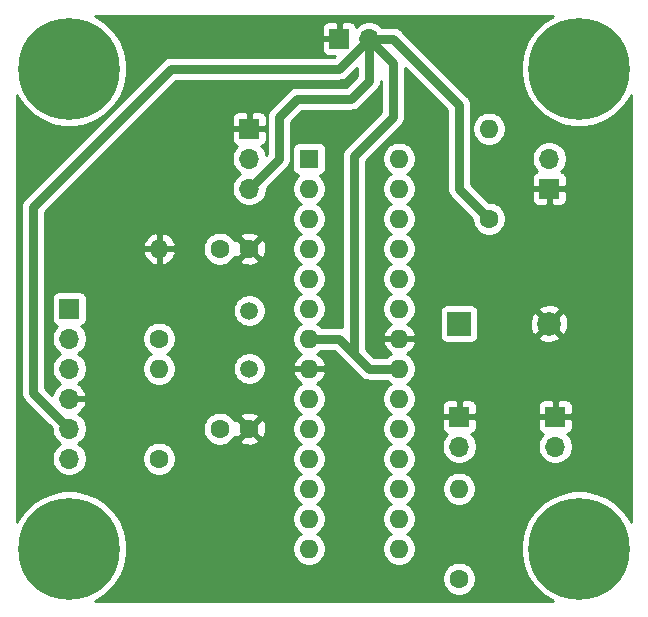
<source format=gbr>
%TF.GenerationSoftware,KiCad,Pcbnew,(5.1.6)-1*%
%TF.CreationDate,2021-01-23T20:41:05+01:00*%
%TF.ProjectId,Ricevitore-Trasmettitore_ATMega328,52696365-7669-4746-9f72-652d54726173,rev?*%
%TF.SameCoordinates,Original*%
%TF.FileFunction,Copper,L2,Bot*%
%TF.FilePolarity,Positive*%
%FSLAX46Y46*%
G04 Gerber Fmt 4.6, Leading zero omitted, Abs format (unit mm)*
G04 Created by KiCad (PCBNEW (5.1.6)-1) date 2021-01-23 20:41:05*
%MOMM*%
%LPD*%
G01*
G04 APERTURE LIST*
%TA.AperFunction,ComponentPad*%
%ADD10C,0.900000*%
%TD*%
%TA.AperFunction,ComponentPad*%
%ADD11C,8.600000*%
%TD*%
%TA.AperFunction,ComponentPad*%
%ADD12R,2.000000X2.000000*%
%TD*%
%TA.AperFunction,ComponentPad*%
%ADD13C,2.000000*%
%TD*%
%TA.AperFunction,ComponentPad*%
%ADD14C,1.600000*%
%TD*%
%TA.AperFunction,ComponentPad*%
%ADD15R,1.700000X1.700000*%
%TD*%
%TA.AperFunction,ComponentPad*%
%ADD16O,1.700000X1.700000*%
%TD*%
%TA.AperFunction,ComponentPad*%
%ADD17O,1.600000X1.600000*%
%TD*%
%TA.AperFunction,ComponentPad*%
%ADD18R,1.600000X1.600000*%
%TD*%
%TA.AperFunction,ComponentPad*%
%ADD19C,1.500000*%
%TD*%
%TA.AperFunction,Conductor*%
%ADD20C,0.762000*%
%TD*%
%TA.AperFunction,Conductor*%
%ADD21C,0.254000*%
%TD*%
G04 APERTURE END LIST*
D10*
%TO.P,H3,1*%
%TO.N,N/C*%
X116580419Y-89159581D03*
X114300000Y-88215000D03*
X112019581Y-89159581D03*
X111075000Y-91440000D03*
X112019581Y-93720419D03*
X114300000Y-94665000D03*
X116580419Y-93720419D03*
X117525000Y-91440000D03*
D11*
X114300000Y-91440000D03*
%TD*%
D10*
%TO.P,H4,1*%
%TO.N,N/C*%
X116580419Y-129799581D03*
X114300000Y-128855000D03*
X112019581Y-129799581D03*
X111075000Y-132080000D03*
X112019581Y-134360419D03*
X114300000Y-135305000D03*
X116580419Y-134360419D03*
X117525000Y-132080000D03*
D11*
X114300000Y-132080000D03*
%TD*%
D10*
%TO.P,H2,1*%
%TO.N,N/C*%
X73400419Y-129799581D03*
X71120000Y-128855000D03*
X68839581Y-129799581D03*
X67895000Y-132080000D03*
X68839581Y-134360419D03*
X71120000Y-135305000D03*
X73400419Y-134360419D03*
X74345000Y-132080000D03*
D11*
X71120000Y-132080000D03*
%TD*%
D10*
%TO.P,H1,1*%
%TO.N,N/C*%
X73400419Y-89159581D03*
X71120000Y-88215000D03*
X68839581Y-89159581D03*
X67895000Y-91440000D03*
X68839581Y-93720419D03*
X71120000Y-94665000D03*
X73400419Y-93720419D03*
X74345000Y-91440000D03*
D11*
X71120000Y-91440000D03*
%TD*%
D12*
%TO.P,BZ1,1*%
%TO.N,BUZZER*%
X104140000Y-113030000D03*
D13*
%TO.P,BZ1,2*%
%TO.N,GND*%
X111740000Y-113030000D03*
%TD*%
D14*
%TO.P,22p,1*%
%TO.N,GND*%
X86360000Y-106680000D03*
%TO.P,22p,2*%
%TO.N,Net-(C1-Pad2)*%
X83860000Y-106680000D03*
%TD*%
%TO.P,22p,2*%
%TO.N,Net-(C2-Pad2)*%
X83860000Y-121920000D03*
%TO.P,22p,1*%
%TO.N,GND*%
X86360000Y-121920000D03*
%TD*%
D15*
%TO.P,+,1*%
%TO.N,GND*%
X112268000Y-120904000D03*
D16*
%TO.P,+,2*%
%TO.N,Net-(J1-Pad2)*%
X112268000Y-123444000D03*
%TD*%
%TO.P,BOTTONE,2*%
%TO.N,BOTTONE*%
X104140000Y-123444000D03*
D15*
%TO.P,BOTTONE,1*%
%TO.N,GND*%
X104140000Y-120904000D03*
%TD*%
%TO.P,+,1*%
%TO.N,GND*%
X86360000Y-96520000D03*
D16*
%TO.P,+,2*%
%TO.N,INTERRUPT*%
X86360000Y-99060000D03*
%TO.P,+,3*%
%TO.N,VCC*%
X86360000Y-101600000D03*
%TD*%
D15*
%TO.P,+,1*%
%TO.N,Net-(J4-Pad1)*%
X71120000Y-111760000D03*
D16*
%TO.P,+,2*%
%TO.N,PARTITORE*%
X71120000Y-114300000D03*
%TO.P,+,3*%
%TO.N,RX*%
X71120000Y-116840000D03*
%TO.P,+,4*%
%TO.N,GND*%
X71120000Y-119380000D03*
%TO.P,+,5*%
%TO.N,VCC*%
X71120000Y-121920000D03*
%TO.P,+,6*%
%TO.N,Net-(J4-Pad6)*%
X71120000Y-124460000D03*
%TD*%
D15*
%TO.P,5V ,1*%
%TO.N,GND*%
X93980000Y-88900000D03*
D16*
%TO.P,5V ,2*%
%TO.N,VCC*%
X96520000Y-88900000D03*
%TD*%
%TO.P,RESET,2*%
%TO.N,RESET*%
X111760000Y-99060000D03*
D15*
%TO.P,RESET,1*%
%TO.N,GND*%
X111760000Y-101600000D03*
%TD*%
D14*
%TO.P,1K,1*%
%TO.N,TX*%
X78740000Y-124460000D03*
D17*
%TO.P,1K,2*%
%TO.N,PARTITORE*%
X78740000Y-116840000D03*
%TD*%
%TO.P,2K,2*%
%TO.N,GND*%
X78740000Y-106680000D03*
D14*
%TO.P,2K,1*%
%TO.N,PARTITORE*%
X78740000Y-114300000D03*
%TD*%
D17*
%TO.P,390,2*%
%TO.N,Net-(J1-Pad2)*%
X104140000Y-127000000D03*
D14*
%TO.P,390,1*%
%TO.N,LED*%
X104140000Y-134620000D03*
%TD*%
%TO.P,10K,1*%
%TO.N,VCC*%
X106680000Y-104140000D03*
D17*
%TO.P,10K,2*%
%TO.N,RESET*%
X106680000Y-96520000D03*
%TD*%
D18*
%TO.P,ATmega328,1*%
%TO.N,RESET*%
X91440000Y-99060000D03*
D17*
%TO.P,ATmega328,15*%
%TO.N,LED*%
X99060000Y-132080000D03*
%TO.P,ATmega328,2*%
%TO.N,Net-(U1-Pad2)*%
X91440000Y-101600000D03*
%TO.P,ATmega328,16*%
%TO.N,BOTTONE*%
X99060000Y-129540000D03*
%TO.P,ATmega328,3*%
%TO.N,Net-(U1-Pad3)*%
X91440000Y-104140000D03*
%TO.P,ATmega328,17*%
%TO.N,BUZZER*%
X99060000Y-127000000D03*
%TO.P,ATmega328,4*%
%TO.N,INTERRUPT*%
X91440000Y-106680000D03*
%TO.P,ATmega328,18*%
%TO.N,Net-(U1-Pad18)*%
X99060000Y-124460000D03*
%TO.P,ATmega328,5*%
%TO.N,Net-(U1-Pad5)*%
X91440000Y-109220000D03*
%TO.P,ATmega328,19*%
%TO.N,Net-(U1-Pad19)*%
X99060000Y-121920000D03*
%TO.P,ATmega328,6*%
%TO.N,Net-(U1-Pad6)*%
X91440000Y-111760000D03*
%TO.P,ATmega328,20*%
%TO.N,VCC*%
X99060000Y-119380000D03*
%TO.P,ATmega328,7*%
X91440000Y-114300000D03*
%TO.P,ATmega328,21*%
X99060000Y-116840000D03*
%TO.P,ATmega328,8*%
%TO.N,GND*%
X91440000Y-116840000D03*
%TO.P,ATmega328,22*%
X99060000Y-114300000D03*
%TO.P,ATmega328,9*%
%TO.N,Net-(C1-Pad2)*%
X91440000Y-119380000D03*
%TO.P,ATmega328,23*%
%TO.N,Net-(U1-Pad23)*%
X99060000Y-111760000D03*
%TO.P,ATmega328,10*%
%TO.N,Net-(C2-Pad2)*%
X91440000Y-121920000D03*
%TO.P,ATmega328,24*%
%TO.N,Net-(U1-Pad24)*%
X99060000Y-109220000D03*
%TO.P,ATmega328,11*%
%TO.N,Net-(U1-Pad11)*%
X91440000Y-124460000D03*
%TO.P,ATmega328,25*%
%TO.N,Net-(U1-Pad25)*%
X99060000Y-106680000D03*
%TO.P,ATmega328,12*%
%TO.N,TX*%
X91440000Y-127000000D03*
%TO.P,ATmega328,26*%
%TO.N,Net-(U1-Pad26)*%
X99060000Y-104140000D03*
%TO.P,ATmega328,13*%
%TO.N,RX*%
X91440000Y-129540000D03*
%TO.P,ATmega328,27*%
%TO.N,Net-(U1-Pad27)*%
X99060000Y-101600000D03*
%TO.P,ATmega328,14*%
%TO.N,Net-(U1-Pad14)*%
X91440000Y-132080000D03*
%TO.P,ATmega328,28*%
%TO.N,Net-(U1-Pad28)*%
X99060000Y-99060000D03*
%TD*%
D19*
%TO.P,Y1,1*%
%TO.N,Net-(C2-Pad2)*%
X86360000Y-116840000D03*
%TO.P,Y1,2*%
%TO.N,Net-(C1-Pad2)*%
X86360000Y-111940000D03*
%TD*%
D20*
%TO.N,VCC*%
X91440000Y-114300000D02*
X93980000Y-114300000D01*
X96520000Y-116840000D02*
X99060000Y-116840000D01*
X96520000Y-91440000D02*
X96520000Y-88900000D01*
X104140000Y-96520000D02*
X104140000Y-101600000D01*
X104140000Y-101600000D02*
X106680000Y-104140000D01*
X96520000Y-88900000D02*
X98552000Y-88900000D01*
X104140000Y-94488000D02*
X104140000Y-96520000D01*
X98552000Y-88900000D02*
X104140000Y-94488000D01*
X94996000Y-93980000D02*
X96520000Y-92456000D01*
X90424000Y-93980000D02*
X94996000Y-93980000D01*
X96520000Y-91440000D02*
X96520000Y-92456000D01*
X86360000Y-101600000D02*
X88900000Y-99060000D01*
X88900000Y-99060000D02*
X88900000Y-95504000D01*
X88900000Y-95504000D02*
X90424000Y-93980000D01*
X96520000Y-88900000D02*
X98552000Y-90932000D01*
X98552000Y-90932000D02*
X98552000Y-95504000D01*
X98552000Y-95504000D02*
X95250000Y-98806000D01*
X95250000Y-98806000D02*
X95250000Y-115570000D01*
X93980000Y-114300000D02*
X95250000Y-115570000D01*
X95250000Y-115570000D02*
X96520000Y-116840000D01*
X93980000Y-91440000D02*
X96520000Y-88900000D01*
X79756000Y-91440000D02*
X68072000Y-103124000D01*
X93980000Y-91440000D02*
X79756000Y-91440000D01*
X68072000Y-118872000D02*
X71120000Y-121920000D01*
X68072000Y-103124000D02*
X68072000Y-118872000D01*
%TD*%
D21*
%TO.N,GND*%
G36*
X111962401Y-87066660D02*
G01*
X111154121Y-87606735D01*
X110466735Y-88294121D01*
X109926660Y-89102401D01*
X109554650Y-90000514D01*
X109365000Y-90953945D01*
X109365000Y-91926055D01*
X109554650Y-92879486D01*
X109926660Y-93777599D01*
X110466735Y-94585879D01*
X111154121Y-95273265D01*
X111962401Y-95813340D01*
X112860514Y-96185350D01*
X113813945Y-96375000D01*
X114786055Y-96375000D01*
X115739486Y-96185350D01*
X116637599Y-95813340D01*
X117445879Y-95273265D01*
X118133265Y-94585879D01*
X118673340Y-93777599D01*
X118720001Y-93664949D01*
X118720000Y-129855048D01*
X118673340Y-129742401D01*
X118133265Y-128934121D01*
X117445879Y-128246735D01*
X116637599Y-127706660D01*
X115739486Y-127334650D01*
X114786055Y-127145000D01*
X113813945Y-127145000D01*
X112860514Y-127334650D01*
X111962401Y-127706660D01*
X111154121Y-128246735D01*
X110466735Y-128934121D01*
X109926660Y-129742401D01*
X109554650Y-130640514D01*
X109365000Y-131593945D01*
X109365000Y-132566055D01*
X109554650Y-133519486D01*
X109926660Y-134417599D01*
X110466735Y-135225879D01*
X111154121Y-135913265D01*
X111962401Y-136453340D01*
X112075048Y-136500000D01*
X73344952Y-136500000D01*
X73457599Y-136453340D01*
X74265879Y-135913265D01*
X74953265Y-135225879D01*
X75452537Y-134478665D01*
X102705000Y-134478665D01*
X102705000Y-134761335D01*
X102760147Y-135038574D01*
X102868320Y-135299727D01*
X103025363Y-135534759D01*
X103225241Y-135734637D01*
X103460273Y-135891680D01*
X103721426Y-135999853D01*
X103998665Y-136055000D01*
X104281335Y-136055000D01*
X104558574Y-135999853D01*
X104819727Y-135891680D01*
X105054759Y-135734637D01*
X105254637Y-135534759D01*
X105411680Y-135299727D01*
X105519853Y-135038574D01*
X105575000Y-134761335D01*
X105575000Y-134478665D01*
X105519853Y-134201426D01*
X105411680Y-133940273D01*
X105254637Y-133705241D01*
X105054759Y-133505363D01*
X104819727Y-133348320D01*
X104558574Y-133240147D01*
X104281335Y-133185000D01*
X103998665Y-133185000D01*
X103721426Y-133240147D01*
X103460273Y-133348320D01*
X103225241Y-133505363D01*
X103025363Y-133705241D01*
X102868320Y-133940273D01*
X102760147Y-134201426D01*
X102705000Y-134478665D01*
X75452537Y-134478665D01*
X75493340Y-134417599D01*
X75865350Y-133519486D01*
X76055000Y-132566055D01*
X76055000Y-131593945D01*
X75865350Y-130640514D01*
X75493340Y-129742401D01*
X74953265Y-128934121D01*
X74265879Y-128246735D01*
X73457599Y-127706660D01*
X72559486Y-127334650D01*
X71606055Y-127145000D01*
X70633945Y-127145000D01*
X69680514Y-127334650D01*
X68782401Y-127706660D01*
X67974121Y-128246735D01*
X67286735Y-128934121D01*
X66746660Y-129742401D01*
X66700000Y-129855048D01*
X66700000Y-103124000D01*
X67051085Y-103124000D01*
X67056000Y-103173902D01*
X67056001Y-118822088D01*
X67051085Y-118872000D01*
X67070702Y-119071170D01*
X67121512Y-119238665D01*
X67128799Y-119262687D01*
X67223141Y-119439190D01*
X67350105Y-119593896D01*
X67388868Y-119625708D01*
X69635000Y-121871841D01*
X69635000Y-122066260D01*
X69692068Y-122353158D01*
X69804010Y-122623411D01*
X69966525Y-122866632D01*
X70173368Y-123073475D01*
X70347760Y-123190000D01*
X70173368Y-123306525D01*
X69966525Y-123513368D01*
X69804010Y-123756589D01*
X69692068Y-124026842D01*
X69635000Y-124313740D01*
X69635000Y-124606260D01*
X69692068Y-124893158D01*
X69804010Y-125163411D01*
X69966525Y-125406632D01*
X70173368Y-125613475D01*
X70416589Y-125775990D01*
X70686842Y-125887932D01*
X70973740Y-125945000D01*
X71266260Y-125945000D01*
X71553158Y-125887932D01*
X71823411Y-125775990D01*
X72066632Y-125613475D01*
X72273475Y-125406632D01*
X72435990Y-125163411D01*
X72547932Y-124893158D01*
X72605000Y-124606260D01*
X72605000Y-124318665D01*
X77305000Y-124318665D01*
X77305000Y-124601335D01*
X77360147Y-124878574D01*
X77468320Y-125139727D01*
X77625363Y-125374759D01*
X77825241Y-125574637D01*
X78060273Y-125731680D01*
X78321426Y-125839853D01*
X78598665Y-125895000D01*
X78881335Y-125895000D01*
X79158574Y-125839853D01*
X79419727Y-125731680D01*
X79654759Y-125574637D01*
X79854637Y-125374759D01*
X80011680Y-125139727D01*
X80119853Y-124878574D01*
X80175000Y-124601335D01*
X80175000Y-124318665D01*
X80119853Y-124041426D01*
X80011680Y-123780273D01*
X79854637Y-123545241D01*
X79654759Y-123345363D01*
X79419727Y-123188320D01*
X79158574Y-123080147D01*
X78881335Y-123025000D01*
X78598665Y-123025000D01*
X78321426Y-123080147D01*
X78060273Y-123188320D01*
X77825241Y-123345363D01*
X77625363Y-123545241D01*
X77468320Y-123780273D01*
X77360147Y-124041426D01*
X77305000Y-124318665D01*
X72605000Y-124318665D01*
X72605000Y-124313740D01*
X72547932Y-124026842D01*
X72435990Y-123756589D01*
X72273475Y-123513368D01*
X72066632Y-123306525D01*
X71892240Y-123190000D01*
X72066632Y-123073475D01*
X72273475Y-122866632D01*
X72435990Y-122623411D01*
X72547932Y-122353158D01*
X72605000Y-122066260D01*
X72605000Y-121778665D01*
X82425000Y-121778665D01*
X82425000Y-122061335D01*
X82480147Y-122338574D01*
X82588320Y-122599727D01*
X82745363Y-122834759D01*
X82945241Y-123034637D01*
X83180273Y-123191680D01*
X83441426Y-123299853D01*
X83718665Y-123355000D01*
X84001335Y-123355000D01*
X84278574Y-123299853D01*
X84539727Y-123191680D01*
X84774759Y-123034637D01*
X84896694Y-122912702D01*
X85546903Y-122912702D01*
X85618486Y-123156671D01*
X85873996Y-123277571D01*
X86148184Y-123346300D01*
X86430512Y-123360217D01*
X86710130Y-123318787D01*
X86976292Y-123223603D01*
X87101514Y-123156671D01*
X87173097Y-122912702D01*
X86360000Y-122099605D01*
X85546903Y-122912702D01*
X84896694Y-122912702D01*
X84974637Y-122834759D01*
X85108692Y-122634131D01*
X85123329Y-122661514D01*
X85367298Y-122733097D01*
X86180395Y-121920000D01*
X86539605Y-121920000D01*
X87352702Y-122733097D01*
X87596671Y-122661514D01*
X87717571Y-122406004D01*
X87786300Y-122131816D01*
X87800217Y-121849488D01*
X87758787Y-121569870D01*
X87663603Y-121303708D01*
X87596671Y-121178486D01*
X87352702Y-121106903D01*
X86539605Y-121920000D01*
X86180395Y-121920000D01*
X85367298Y-121106903D01*
X85123329Y-121178486D01*
X85109676Y-121207341D01*
X84974637Y-121005241D01*
X84896694Y-120927298D01*
X85546903Y-120927298D01*
X86360000Y-121740395D01*
X87173097Y-120927298D01*
X87101514Y-120683329D01*
X86846004Y-120562429D01*
X86571816Y-120493700D01*
X86289488Y-120479783D01*
X86009870Y-120521213D01*
X85743708Y-120616397D01*
X85618486Y-120683329D01*
X85546903Y-120927298D01*
X84896694Y-120927298D01*
X84774759Y-120805363D01*
X84539727Y-120648320D01*
X84278574Y-120540147D01*
X84001335Y-120485000D01*
X83718665Y-120485000D01*
X83441426Y-120540147D01*
X83180273Y-120648320D01*
X82945241Y-120805363D01*
X82745363Y-121005241D01*
X82588320Y-121240273D01*
X82480147Y-121501426D01*
X82425000Y-121778665D01*
X72605000Y-121778665D01*
X72605000Y-121773740D01*
X72547932Y-121486842D01*
X72435990Y-121216589D01*
X72273475Y-120973368D01*
X72066632Y-120766525D01*
X71884466Y-120644805D01*
X72001355Y-120575178D01*
X72217588Y-120380269D01*
X72391641Y-120146920D01*
X72516825Y-119884099D01*
X72561476Y-119736890D01*
X72440155Y-119507000D01*
X71247000Y-119507000D01*
X71247000Y-119527000D01*
X70993000Y-119527000D01*
X70993000Y-119507000D01*
X70973000Y-119507000D01*
X70973000Y-119253000D01*
X70993000Y-119253000D01*
X70993000Y-119233000D01*
X71247000Y-119233000D01*
X71247000Y-119253000D01*
X72440155Y-119253000D01*
X72447720Y-119238665D01*
X90005000Y-119238665D01*
X90005000Y-119521335D01*
X90060147Y-119798574D01*
X90168320Y-120059727D01*
X90325363Y-120294759D01*
X90525241Y-120494637D01*
X90757759Y-120650000D01*
X90525241Y-120805363D01*
X90325363Y-121005241D01*
X90168320Y-121240273D01*
X90060147Y-121501426D01*
X90005000Y-121778665D01*
X90005000Y-122061335D01*
X90060147Y-122338574D01*
X90168320Y-122599727D01*
X90325363Y-122834759D01*
X90525241Y-123034637D01*
X90757759Y-123190000D01*
X90525241Y-123345363D01*
X90325363Y-123545241D01*
X90168320Y-123780273D01*
X90060147Y-124041426D01*
X90005000Y-124318665D01*
X90005000Y-124601335D01*
X90060147Y-124878574D01*
X90168320Y-125139727D01*
X90325363Y-125374759D01*
X90525241Y-125574637D01*
X90757759Y-125730000D01*
X90525241Y-125885363D01*
X90325363Y-126085241D01*
X90168320Y-126320273D01*
X90060147Y-126581426D01*
X90005000Y-126858665D01*
X90005000Y-127141335D01*
X90060147Y-127418574D01*
X90168320Y-127679727D01*
X90325363Y-127914759D01*
X90525241Y-128114637D01*
X90757759Y-128270000D01*
X90525241Y-128425363D01*
X90325363Y-128625241D01*
X90168320Y-128860273D01*
X90060147Y-129121426D01*
X90005000Y-129398665D01*
X90005000Y-129681335D01*
X90060147Y-129958574D01*
X90168320Y-130219727D01*
X90325363Y-130454759D01*
X90525241Y-130654637D01*
X90757759Y-130810000D01*
X90525241Y-130965363D01*
X90325363Y-131165241D01*
X90168320Y-131400273D01*
X90060147Y-131661426D01*
X90005000Y-131938665D01*
X90005000Y-132221335D01*
X90060147Y-132498574D01*
X90168320Y-132759727D01*
X90325363Y-132994759D01*
X90525241Y-133194637D01*
X90760273Y-133351680D01*
X91021426Y-133459853D01*
X91298665Y-133515000D01*
X91581335Y-133515000D01*
X91858574Y-133459853D01*
X92119727Y-133351680D01*
X92354759Y-133194637D01*
X92554637Y-132994759D01*
X92711680Y-132759727D01*
X92819853Y-132498574D01*
X92875000Y-132221335D01*
X92875000Y-131938665D01*
X92819853Y-131661426D01*
X92711680Y-131400273D01*
X92554637Y-131165241D01*
X92354759Y-130965363D01*
X92122241Y-130810000D01*
X92354759Y-130654637D01*
X92554637Y-130454759D01*
X92711680Y-130219727D01*
X92819853Y-129958574D01*
X92875000Y-129681335D01*
X92875000Y-129398665D01*
X92819853Y-129121426D01*
X92711680Y-128860273D01*
X92554637Y-128625241D01*
X92354759Y-128425363D01*
X92122241Y-128270000D01*
X92354759Y-128114637D01*
X92554637Y-127914759D01*
X92711680Y-127679727D01*
X92819853Y-127418574D01*
X92875000Y-127141335D01*
X92875000Y-126858665D01*
X92819853Y-126581426D01*
X92711680Y-126320273D01*
X92554637Y-126085241D01*
X92354759Y-125885363D01*
X92122241Y-125730000D01*
X92354759Y-125574637D01*
X92554637Y-125374759D01*
X92711680Y-125139727D01*
X92819853Y-124878574D01*
X92875000Y-124601335D01*
X92875000Y-124318665D01*
X92819853Y-124041426D01*
X92711680Y-123780273D01*
X92554637Y-123545241D01*
X92354759Y-123345363D01*
X92122241Y-123190000D01*
X92354759Y-123034637D01*
X92554637Y-122834759D01*
X92711680Y-122599727D01*
X92819853Y-122338574D01*
X92875000Y-122061335D01*
X92875000Y-121778665D01*
X92819853Y-121501426D01*
X92711680Y-121240273D01*
X92554637Y-121005241D01*
X92354759Y-120805363D01*
X92122241Y-120650000D01*
X92354759Y-120494637D01*
X92554637Y-120294759D01*
X92711680Y-120059727D01*
X92819853Y-119798574D01*
X92875000Y-119521335D01*
X92875000Y-119238665D01*
X92819853Y-118961426D01*
X92711680Y-118700273D01*
X92554637Y-118465241D01*
X92354759Y-118265363D01*
X92119727Y-118108320D01*
X92109135Y-118103933D01*
X92295131Y-117992385D01*
X92503519Y-117803414D01*
X92671037Y-117577420D01*
X92791246Y-117323087D01*
X92831904Y-117189039D01*
X92709915Y-116967000D01*
X91567000Y-116967000D01*
X91567000Y-116987000D01*
X91313000Y-116987000D01*
X91313000Y-116967000D01*
X90170085Y-116967000D01*
X90048096Y-117189039D01*
X90088754Y-117323087D01*
X90208963Y-117577420D01*
X90376481Y-117803414D01*
X90584869Y-117992385D01*
X90770865Y-118103933D01*
X90760273Y-118108320D01*
X90525241Y-118265363D01*
X90325363Y-118465241D01*
X90168320Y-118700273D01*
X90060147Y-118961426D01*
X90005000Y-119238665D01*
X72447720Y-119238665D01*
X72561476Y-119023110D01*
X72516825Y-118875901D01*
X72391641Y-118613080D01*
X72217588Y-118379731D01*
X72001355Y-118184822D01*
X71884466Y-118115195D01*
X72066632Y-117993475D01*
X72273475Y-117786632D01*
X72435990Y-117543411D01*
X72547932Y-117273158D01*
X72605000Y-116986260D01*
X72605000Y-116693740D01*
X72547932Y-116406842D01*
X72435990Y-116136589D01*
X72273475Y-115893368D01*
X72066632Y-115686525D01*
X71892240Y-115570000D01*
X72066632Y-115453475D01*
X72273475Y-115246632D01*
X72435990Y-115003411D01*
X72547932Y-114733158D01*
X72605000Y-114446260D01*
X72605000Y-114158665D01*
X77305000Y-114158665D01*
X77305000Y-114441335D01*
X77360147Y-114718574D01*
X77468320Y-114979727D01*
X77625363Y-115214759D01*
X77825241Y-115414637D01*
X78057759Y-115570000D01*
X77825241Y-115725363D01*
X77625363Y-115925241D01*
X77468320Y-116160273D01*
X77360147Y-116421426D01*
X77305000Y-116698665D01*
X77305000Y-116981335D01*
X77360147Y-117258574D01*
X77468320Y-117519727D01*
X77625363Y-117754759D01*
X77825241Y-117954637D01*
X78060273Y-118111680D01*
X78321426Y-118219853D01*
X78598665Y-118275000D01*
X78881335Y-118275000D01*
X79158574Y-118219853D01*
X79419727Y-118111680D01*
X79654759Y-117954637D01*
X79854637Y-117754759D01*
X80011680Y-117519727D01*
X80119853Y-117258574D01*
X80175000Y-116981335D01*
X80175000Y-116703589D01*
X84975000Y-116703589D01*
X84975000Y-116976411D01*
X85028225Y-117243989D01*
X85132629Y-117496043D01*
X85284201Y-117722886D01*
X85477114Y-117915799D01*
X85703957Y-118067371D01*
X85956011Y-118171775D01*
X86223589Y-118225000D01*
X86496411Y-118225000D01*
X86763989Y-118171775D01*
X87016043Y-118067371D01*
X87242886Y-117915799D01*
X87435799Y-117722886D01*
X87587371Y-117496043D01*
X87691775Y-117243989D01*
X87745000Y-116976411D01*
X87745000Y-116703589D01*
X87691775Y-116436011D01*
X87587371Y-116183957D01*
X87435799Y-115957114D01*
X87242886Y-115764201D01*
X87016043Y-115612629D01*
X86763989Y-115508225D01*
X86496411Y-115455000D01*
X86223589Y-115455000D01*
X85956011Y-115508225D01*
X85703957Y-115612629D01*
X85477114Y-115764201D01*
X85284201Y-115957114D01*
X85132629Y-116183957D01*
X85028225Y-116436011D01*
X84975000Y-116703589D01*
X80175000Y-116703589D01*
X80175000Y-116698665D01*
X80119853Y-116421426D01*
X80011680Y-116160273D01*
X79854637Y-115925241D01*
X79654759Y-115725363D01*
X79422241Y-115570000D01*
X79654759Y-115414637D01*
X79854637Y-115214759D01*
X80011680Y-114979727D01*
X80119853Y-114718574D01*
X80175000Y-114441335D01*
X80175000Y-114158665D01*
X80119853Y-113881426D01*
X80011680Y-113620273D01*
X79854637Y-113385241D01*
X79654759Y-113185363D01*
X79419727Y-113028320D01*
X79158574Y-112920147D01*
X78881335Y-112865000D01*
X78598665Y-112865000D01*
X78321426Y-112920147D01*
X78060273Y-113028320D01*
X77825241Y-113185363D01*
X77625363Y-113385241D01*
X77468320Y-113620273D01*
X77360147Y-113881426D01*
X77305000Y-114158665D01*
X72605000Y-114158665D01*
X72605000Y-114153740D01*
X72547932Y-113866842D01*
X72435990Y-113596589D01*
X72273475Y-113353368D01*
X72141620Y-113221513D01*
X72214180Y-113199502D01*
X72324494Y-113140537D01*
X72421185Y-113061185D01*
X72500537Y-112964494D01*
X72559502Y-112854180D01*
X72595812Y-112734482D01*
X72608072Y-112610000D01*
X72608072Y-111803589D01*
X84975000Y-111803589D01*
X84975000Y-112076411D01*
X85028225Y-112343989D01*
X85132629Y-112596043D01*
X85284201Y-112822886D01*
X85477114Y-113015799D01*
X85703957Y-113167371D01*
X85956011Y-113271775D01*
X86223589Y-113325000D01*
X86496411Y-113325000D01*
X86763989Y-113271775D01*
X87016043Y-113167371D01*
X87242886Y-113015799D01*
X87435799Y-112822886D01*
X87587371Y-112596043D01*
X87691775Y-112343989D01*
X87745000Y-112076411D01*
X87745000Y-111803589D01*
X87691775Y-111536011D01*
X87587371Y-111283957D01*
X87435799Y-111057114D01*
X87242886Y-110864201D01*
X87016043Y-110712629D01*
X86763989Y-110608225D01*
X86496411Y-110555000D01*
X86223589Y-110555000D01*
X85956011Y-110608225D01*
X85703957Y-110712629D01*
X85477114Y-110864201D01*
X85284201Y-111057114D01*
X85132629Y-111283957D01*
X85028225Y-111536011D01*
X84975000Y-111803589D01*
X72608072Y-111803589D01*
X72608072Y-110910000D01*
X72595812Y-110785518D01*
X72559502Y-110665820D01*
X72500537Y-110555506D01*
X72421185Y-110458815D01*
X72324494Y-110379463D01*
X72214180Y-110320498D01*
X72094482Y-110284188D01*
X71970000Y-110271928D01*
X70270000Y-110271928D01*
X70145518Y-110284188D01*
X70025820Y-110320498D01*
X69915506Y-110379463D01*
X69818815Y-110458815D01*
X69739463Y-110555506D01*
X69680498Y-110665820D01*
X69644188Y-110785518D01*
X69631928Y-110910000D01*
X69631928Y-112610000D01*
X69644188Y-112734482D01*
X69680498Y-112854180D01*
X69739463Y-112964494D01*
X69818815Y-113061185D01*
X69915506Y-113140537D01*
X70025820Y-113199502D01*
X70098380Y-113221513D01*
X69966525Y-113353368D01*
X69804010Y-113596589D01*
X69692068Y-113866842D01*
X69635000Y-114153740D01*
X69635000Y-114446260D01*
X69692068Y-114733158D01*
X69804010Y-115003411D01*
X69966525Y-115246632D01*
X70173368Y-115453475D01*
X70347760Y-115570000D01*
X70173368Y-115686525D01*
X69966525Y-115893368D01*
X69804010Y-116136589D01*
X69692068Y-116406842D01*
X69635000Y-116693740D01*
X69635000Y-116986260D01*
X69692068Y-117273158D01*
X69804010Y-117543411D01*
X69966525Y-117786632D01*
X70173368Y-117993475D01*
X70355534Y-118115195D01*
X70238645Y-118184822D01*
X70022412Y-118379731D01*
X69848359Y-118613080D01*
X69723175Y-118875901D01*
X69678524Y-119023110D01*
X69699279Y-119062439D01*
X69088000Y-118451160D01*
X69088000Y-107029040D01*
X77348091Y-107029040D01*
X77442930Y-107293881D01*
X77587615Y-107535131D01*
X77776586Y-107743519D01*
X78002580Y-107911037D01*
X78256913Y-108031246D01*
X78390961Y-108071904D01*
X78613000Y-107949915D01*
X78613000Y-106807000D01*
X78867000Y-106807000D01*
X78867000Y-107949915D01*
X79089039Y-108071904D01*
X79223087Y-108031246D01*
X79477420Y-107911037D01*
X79703414Y-107743519D01*
X79892385Y-107535131D01*
X80037070Y-107293881D01*
X80131909Y-107029040D01*
X80010624Y-106807000D01*
X78867000Y-106807000D01*
X78613000Y-106807000D01*
X77469376Y-106807000D01*
X77348091Y-107029040D01*
X69088000Y-107029040D01*
X69088000Y-106330960D01*
X77348091Y-106330960D01*
X77469376Y-106553000D01*
X78613000Y-106553000D01*
X78613000Y-105410085D01*
X78867000Y-105410085D01*
X78867000Y-106553000D01*
X80010624Y-106553000D01*
X80018454Y-106538665D01*
X82425000Y-106538665D01*
X82425000Y-106821335D01*
X82480147Y-107098574D01*
X82588320Y-107359727D01*
X82745363Y-107594759D01*
X82945241Y-107794637D01*
X83180273Y-107951680D01*
X83441426Y-108059853D01*
X83718665Y-108115000D01*
X84001335Y-108115000D01*
X84278574Y-108059853D01*
X84539727Y-107951680D01*
X84774759Y-107794637D01*
X84896694Y-107672702D01*
X85546903Y-107672702D01*
X85618486Y-107916671D01*
X85873996Y-108037571D01*
X86148184Y-108106300D01*
X86430512Y-108120217D01*
X86710130Y-108078787D01*
X86976292Y-107983603D01*
X87101514Y-107916671D01*
X87173097Y-107672702D01*
X86360000Y-106859605D01*
X85546903Y-107672702D01*
X84896694Y-107672702D01*
X84974637Y-107594759D01*
X85108692Y-107394131D01*
X85123329Y-107421514D01*
X85367298Y-107493097D01*
X86180395Y-106680000D01*
X86539605Y-106680000D01*
X87352702Y-107493097D01*
X87596671Y-107421514D01*
X87717571Y-107166004D01*
X87786300Y-106891816D01*
X87800217Y-106609488D01*
X87758787Y-106329870D01*
X87663603Y-106063708D01*
X87596671Y-105938486D01*
X87352702Y-105866903D01*
X86539605Y-106680000D01*
X86180395Y-106680000D01*
X85367298Y-105866903D01*
X85123329Y-105938486D01*
X85109676Y-105967341D01*
X84974637Y-105765241D01*
X84896694Y-105687298D01*
X85546903Y-105687298D01*
X86360000Y-106500395D01*
X87173097Y-105687298D01*
X87101514Y-105443329D01*
X86846004Y-105322429D01*
X86571816Y-105253700D01*
X86289488Y-105239783D01*
X86009870Y-105281213D01*
X85743708Y-105376397D01*
X85618486Y-105443329D01*
X85546903Y-105687298D01*
X84896694Y-105687298D01*
X84774759Y-105565363D01*
X84539727Y-105408320D01*
X84278574Y-105300147D01*
X84001335Y-105245000D01*
X83718665Y-105245000D01*
X83441426Y-105300147D01*
X83180273Y-105408320D01*
X82945241Y-105565363D01*
X82745363Y-105765241D01*
X82588320Y-106000273D01*
X82480147Y-106261426D01*
X82425000Y-106538665D01*
X80018454Y-106538665D01*
X80131909Y-106330960D01*
X80037070Y-106066119D01*
X79892385Y-105824869D01*
X79703414Y-105616481D01*
X79477420Y-105448963D01*
X79223087Y-105328754D01*
X79089039Y-105288096D01*
X78867000Y-105410085D01*
X78613000Y-105410085D01*
X78390961Y-105288096D01*
X78256913Y-105328754D01*
X78002580Y-105448963D01*
X77776586Y-105616481D01*
X77587615Y-105824869D01*
X77442930Y-106066119D01*
X77348091Y-106330960D01*
X69088000Y-106330960D01*
X69088000Y-103544840D01*
X76962840Y-95670000D01*
X84871928Y-95670000D01*
X84875000Y-96234250D01*
X85033750Y-96393000D01*
X86233000Y-96393000D01*
X86233000Y-95193750D01*
X86487000Y-95193750D01*
X86487000Y-96393000D01*
X87686250Y-96393000D01*
X87845000Y-96234250D01*
X87848072Y-95670000D01*
X87835812Y-95545518D01*
X87799502Y-95425820D01*
X87740537Y-95315506D01*
X87661185Y-95218815D01*
X87564494Y-95139463D01*
X87454180Y-95080498D01*
X87334482Y-95044188D01*
X87210000Y-95031928D01*
X86645750Y-95035000D01*
X86487000Y-95193750D01*
X86233000Y-95193750D01*
X86074250Y-95035000D01*
X85510000Y-95031928D01*
X85385518Y-95044188D01*
X85265820Y-95080498D01*
X85155506Y-95139463D01*
X85058815Y-95218815D01*
X84979463Y-95315506D01*
X84920498Y-95425820D01*
X84884188Y-95545518D01*
X84871928Y-95670000D01*
X76962840Y-95670000D01*
X80176841Y-92456000D01*
X93930098Y-92456000D01*
X93980000Y-92460915D01*
X94029902Y-92456000D01*
X94179171Y-92441298D01*
X94370687Y-92383202D01*
X94547190Y-92288860D01*
X94701896Y-92161896D01*
X94733712Y-92123128D01*
X95504000Y-91352840D01*
X95504000Y-91390099D01*
X95504001Y-92035159D01*
X94575160Y-92964000D01*
X90473893Y-92964000D01*
X90423999Y-92959086D01*
X90374105Y-92964000D01*
X90374098Y-92964000D01*
X90244177Y-92976796D01*
X90224828Y-92978702D01*
X90166732Y-92996326D01*
X90033313Y-93036798D01*
X89856810Y-93131140D01*
X89702104Y-93258104D01*
X89670293Y-93296866D01*
X88216868Y-94750292D01*
X88178105Y-94782104D01*
X88051141Y-94936810D01*
X87956799Y-95113313D01*
X87898702Y-95304830D01*
X87879085Y-95504000D01*
X87884001Y-95553912D01*
X87884000Y-98639159D01*
X87805914Y-98717245D01*
X87787932Y-98626842D01*
X87675990Y-98356589D01*
X87513475Y-98113368D01*
X87381620Y-97981513D01*
X87454180Y-97959502D01*
X87564494Y-97900537D01*
X87661185Y-97821185D01*
X87740537Y-97724494D01*
X87799502Y-97614180D01*
X87835812Y-97494482D01*
X87848072Y-97370000D01*
X87845000Y-96805750D01*
X87686250Y-96647000D01*
X86487000Y-96647000D01*
X86487000Y-96667000D01*
X86233000Y-96667000D01*
X86233000Y-96647000D01*
X85033750Y-96647000D01*
X84875000Y-96805750D01*
X84871928Y-97370000D01*
X84884188Y-97494482D01*
X84920498Y-97614180D01*
X84979463Y-97724494D01*
X85058815Y-97821185D01*
X85155506Y-97900537D01*
X85265820Y-97959502D01*
X85338380Y-97981513D01*
X85206525Y-98113368D01*
X85044010Y-98356589D01*
X84932068Y-98626842D01*
X84875000Y-98913740D01*
X84875000Y-99206260D01*
X84932068Y-99493158D01*
X85044010Y-99763411D01*
X85206525Y-100006632D01*
X85413368Y-100213475D01*
X85587760Y-100330000D01*
X85413368Y-100446525D01*
X85206525Y-100653368D01*
X85044010Y-100896589D01*
X84932068Y-101166842D01*
X84875000Y-101453740D01*
X84875000Y-101746260D01*
X84932068Y-102033158D01*
X85044010Y-102303411D01*
X85206525Y-102546632D01*
X85413368Y-102753475D01*
X85656589Y-102915990D01*
X85926842Y-103027932D01*
X86213740Y-103085000D01*
X86506260Y-103085000D01*
X86793158Y-103027932D01*
X87063411Y-102915990D01*
X87306632Y-102753475D01*
X87513475Y-102546632D01*
X87675990Y-102303411D01*
X87787932Y-102033158D01*
X87845000Y-101746260D01*
X87845000Y-101551840D01*
X89583133Y-99813708D01*
X89621896Y-99781896D01*
X89748860Y-99627190D01*
X89843202Y-99450687D01*
X89901298Y-99259171D01*
X89916000Y-99109902D01*
X89916000Y-99109895D01*
X89920914Y-99060001D01*
X89916000Y-99010107D01*
X89916000Y-95924840D01*
X90844841Y-94996000D01*
X94946098Y-94996000D01*
X94996000Y-95000915D01*
X95045902Y-94996000D01*
X95195171Y-94981298D01*
X95386687Y-94923202D01*
X95563190Y-94828860D01*
X95717896Y-94701896D01*
X95749712Y-94663128D01*
X97203133Y-93209708D01*
X97241896Y-93177896D01*
X97368860Y-93023190D01*
X97463202Y-92846687D01*
X97503674Y-92713268D01*
X97521298Y-92655172D01*
X97523243Y-92635419D01*
X97536000Y-92505902D01*
X97536001Y-95083158D01*
X94566872Y-98052288D01*
X94528104Y-98084104D01*
X94401140Y-98238810D01*
X94306798Y-98415314D01*
X94248702Y-98606829D01*
X94248702Y-98606830D01*
X94229085Y-98806000D01*
X94234000Y-98855902D01*
X94234001Y-113315335D01*
X94179171Y-113298702D01*
X94029902Y-113284000D01*
X93980000Y-113279085D01*
X93930098Y-113284000D01*
X92453396Y-113284000D01*
X92354759Y-113185363D01*
X92122241Y-113030000D01*
X92354759Y-112874637D01*
X92554637Y-112674759D01*
X92711680Y-112439727D01*
X92819853Y-112178574D01*
X92875000Y-111901335D01*
X92875000Y-111618665D01*
X92819853Y-111341426D01*
X92711680Y-111080273D01*
X92554637Y-110845241D01*
X92354759Y-110645363D01*
X92122241Y-110490000D01*
X92354759Y-110334637D01*
X92554637Y-110134759D01*
X92711680Y-109899727D01*
X92819853Y-109638574D01*
X92875000Y-109361335D01*
X92875000Y-109078665D01*
X92819853Y-108801426D01*
X92711680Y-108540273D01*
X92554637Y-108305241D01*
X92354759Y-108105363D01*
X92122241Y-107950000D01*
X92354759Y-107794637D01*
X92554637Y-107594759D01*
X92711680Y-107359727D01*
X92819853Y-107098574D01*
X92875000Y-106821335D01*
X92875000Y-106538665D01*
X92819853Y-106261426D01*
X92711680Y-106000273D01*
X92554637Y-105765241D01*
X92354759Y-105565363D01*
X92122241Y-105410000D01*
X92354759Y-105254637D01*
X92554637Y-105054759D01*
X92711680Y-104819727D01*
X92819853Y-104558574D01*
X92875000Y-104281335D01*
X92875000Y-103998665D01*
X92819853Y-103721426D01*
X92711680Y-103460273D01*
X92554637Y-103225241D01*
X92354759Y-103025363D01*
X92122241Y-102870000D01*
X92354759Y-102714637D01*
X92554637Y-102514759D01*
X92711680Y-102279727D01*
X92819853Y-102018574D01*
X92875000Y-101741335D01*
X92875000Y-101458665D01*
X92819853Y-101181426D01*
X92711680Y-100920273D01*
X92554637Y-100685241D01*
X92356039Y-100486643D01*
X92364482Y-100485812D01*
X92484180Y-100449502D01*
X92594494Y-100390537D01*
X92691185Y-100311185D01*
X92770537Y-100214494D01*
X92829502Y-100104180D01*
X92865812Y-99984482D01*
X92878072Y-99860000D01*
X92878072Y-98260000D01*
X92865812Y-98135518D01*
X92829502Y-98015820D01*
X92770537Y-97905506D01*
X92691185Y-97808815D01*
X92594494Y-97729463D01*
X92484180Y-97670498D01*
X92364482Y-97634188D01*
X92240000Y-97621928D01*
X90640000Y-97621928D01*
X90515518Y-97634188D01*
X90395820Y-97670498D01*
X90285506Y-97729463D01*
X90188815Y-97808815D01*
X90109463Y-97905506D01*
X90050498Y-98015820D01*
X90014188Y-98135518D01*
X90001928Y-98260000D01*
X90001928Y-99860000D01*
X90014188Y-99984482D01*
X90050498Y-100104180D01*
X90109463Y-100214494D01*
X90188815Y-100311185D01*
X90285506Y-100390537D01*
X90395820Y-100449502D01*
X90515518Y-100485812D01*
X90523961Y-100486643D01*
X90325363Y-100685241D01*
X90168320Y-100920273D01*
X90060147Y-101181426D01*
X90005000Y-101458665D01*
X90005000Y-101741335D01*
X90060147Y-102018574D01*
X90168320Y-102279727D01*
X90325363Y-102514759D01*
X90525241Y-102714637D01*
X90757759Y-102870000D01*
X90525241Y-103025363D01*
X90325363Y-103225241D01*
X90168320Y-103460273D01*
X90060147Y-103721426D01*
X90005000Y-103998665D01*
X90005000Y-104281335D01*
X90060147Y-104558574D01*
X90168320Y-104819727D01*
X90325363Y-105054759D01*
X90525241Y-105254637D01*
X90757759Y-105410000D01*
X90525241Y-105565363D01*
X90325363Y-105765241D01*
X90168320Y-106000273D01*
X90060147Y-106261426D01*
X90005000Y-106538665D01*
X90005000Y-106821335D01*
X90060147Y-107098574D01*
X90168320Y-107359727D01*
X90325363Y-107594759D01*
X90525241Y-107794637D01*
X90757759Y-107950000D01*
X90525241Y-108105363D01*
X90325363Y-108305241D01*
X90168320Y-108540273D01*
X90060147Y-108801426D01*
X90005000Y-109078665D01*
X90005000Y-109361335D01*
X90060147Y-109638574D01*
X90168320Y-109899727D01*
X90325363Y-110134759D01*
X90525241Y-110334637D01*
X90757759Y-110490000D01*
X90525241Y-110645363D01*
X90325363Y-110845241D01*
X90168320Y-111080273D01*
X90060147Y-111341426D01*
X90005000Y-111618665D01*
X90005000Y-111901335D01*
X90060147Y-112178574D01*
X90168320Y-112439727D01*
X90325363Y-112674759D01*
X90525241Y-112874637D01*
X90757759Y-113030000D01*
X90525241Y-113185363D01*
X90325363Y-113385241D01*
X90168320Y-113620273D01*
X90060147Y-113881426D01*
X90005000Y-114158665D01*
X90005000Y-114441335D01*
X90060147Y-114718574D01*
X90168320Y-114979727D01*
X90325363Y-115214759D01*
X90525241Y-115414637D01*
X90760273Y-115571680D01*
X90770865Y-115576067D01*
X90584869Y-115687615D01*
X90376481Y-115876586D01*
X90208963Y-116102580D01*
X90088754Y-116356913D01*
X90048096Y-116490961D01*
X90170085Y-116713000D01*
X91313000Y-116713000D01*
X91313000Y-116693000D01*
X91567000Y-116693000D01*
X91567000Y-116713000D01*
X92709915Y-116713000D01*
X92831904Y-116490961D01*
X92791246Y-116356913D01*
X92671037Y-116102580D01*
X92503519Y-115876586D01*
X92295131Y-115687615D01*
X92109135Y-115576067D01*
X92119727Y-115571680D01*
X92354759Y-115414637D01*
X92453396Y-115316000D01*
X93559160Y-115316000D01*
X94496297Y-116253138D01*
X94528105Y-116291896D01*
X94566862Y-116323703D01*
X94566865Y-116323706D01*
X94566870Y-116323710D01*
X95766292Y-117523133D01*
X95798104Y-117561896D01*
X95952810Y-117688860D01*
X96129313Y-117783202D01*
X96320829Y-117841298D01*
X96470098Y-117856000D01*
X96470105Y-117856000D01*
X96519999Y-117860914D01*
X96569893Y-117856000D01*
X98046604Y-117856000D01*
X98145241Y-117954637D01*
X98377759Y-118110000D01*
X98145241Y-118265363D01*
X97945363Y-118465241D01*
X97788320Y-118700273D01*
X97680147Y-118961426D01*
X97625000Y-119238665D01*
X97625000Y-119521335D01*
X97680147Y-119798574D01*
X97788320Y-120059727D01*
X97945363Y-120294759D01*
X98145241Y-120494637D01*
X98377759Y-120650000D01*
X98145241Y-120805363D01*
X97945363Y-121005241D01*
X97788320Y-121240273D01*
X97680147Y-121501426D01*
X97625000Y-121778665D01*
X97625000Y-122061335D01*
X97680147Y-122338574D01*
X97788320Y-122599727D01*
X97945363Y-122834759D01*
X98145241Y-123034637D01*
X98377759Y-123190000D01*
X98145241Y-123345363D01*
X97945363Y-123545241D01*
X97788320Y-123780273D01*
X97680147Y-124041426D01*
X97625000Y-124318665D01*
X97625000Y-124601335D01*
X97680147Y-124878574D01*
X97788320Y-125139727D01*
X97945363Y-125374759D01*
X98145241Y-125574637D01*
X98377759Y-125730000D01*
X98145241Y-125885363D01*
X97945363Y-126085241D01*
X97788320Y-126320273D01*
X97680147Y-126581426D01*
X97625000Y-126858665D01*
X97625000Y-127141335D01*
X97680147Y-127418574D01*
X97788320Y-127679727D01*
X97945363Y-127914759D01*
X98145241Y-128114637D01*
X98377759Y-128270000D01*
X98145241Y-128425363D01*
X97945363Y-128625241D01*
X97788320Y-128860273D01*
X97680147Y-129121426D01*
X97625000Y-129398665D01*
X97625000Y-129681335D01*
X97680147Y-129958574D01*
X97788320Y-130219727D01*
X97945363Y-130454759D01*
X98145241Y-130654637D01*
X98377759Y-130810000D01*
X98145241Y-130965363D01*
X97945363Y-131165241D01*
X97788320Y-131400273D01*
X97680147Y-131661426D01*
X97625000Y-131938665D01*
X97625000Y-132221335D01*
X97680147Y-132498574D01*
X97788320Y-132759727D01*
X97945363Y-132994759D01*
X98145241Y-133194637D01*
X98380273Y-133351680D01*
X98641426Y-133459853D01*
X98918665Y-133515000D01*
X99201335Y-133515000D01*
X99478574Y-133459853D01*
X99739727Y-133351680D01*
X99974759Y-133194637D01*
X100174637Y-132994759D01*
X100331680Y-132759727D01*
X100439853Y-132498574D01*
X100495000Y-132221335D01*
X100495000Y-131938665D01*
X100439853Y-131661426D01*
X100331680Y-131400273D01*
X100174637Y-131165241D01*
X99974759Y-130965363D01*
X99742241Y-130810000D01*
X99974759Y-130654637D01*
X100174637Y-130454759D01*
X100331680Y-130219727D01*
X100439853Y-129958574D01*
X100495000Y-129681335D01*
X100495000Y-129398665D01*
X100439853Y-129121426D01*
X100331680Y-128860273D01*
X100174637Y-128625241D01*
X99974759Y-128425363D01*
X99742241Y-128270000D01*
X99974759Y-128114637D01*
X100174637Y-127914759D01*
X100331680Y-127679727D01*
X100439853Y-127418574D01*
X100495000Y-127141335D01*
X100495000Y-126858665D01*
X102705000Y-126858665D01*
X102705000Y-127141335D01*
X102760147Y-127418574D01*
X102868320Y-127679727D01*
X103025363Y-127914759D01*
X103225241Y-128114637D01*
X103460273Y-128271680D01*
X103721426Y-128379853D01*
X103998665Y-128435000D01*
X104281335Y-128435000D01*
X104558574Y-128379853D01*
X104819727Y-128271680D01*
X105054759Y-128114637D01*
X105254637Y-127914759D01*
X105411680Y-127679727D01*
X105519853Y-127418574D01*
X105575000Y-127141335D01*
X105575000Y-126858665D01*
X105519853Y-126581426D01*
X105411680Y-126320273D01*
X105254637Y-126085241D01*
X105054759Y-125885363D01*
X104819727Y-125728320D01*
X104558574Y-125620147D01*
X104281335Y-125565000D01*
X103998665Y-125565000D01*
X103721426Y-125620147D01*
X103460273Y-125728320D01*
X103225241Y-125885363D01*
X103025363Y-126085241D01*
X102868320Y-126320273D01*
X102760147Y-126581426D01*
X102705000Y-126858665D01*
X100495000Y-126858665D01*
X100439853Y-126581426D01*
X100331680Y-126320273D01*
X100174637Y-126085241D01*
X99974759Y-125885363D01*
X99742241Y-125730000D01*
X99974759Y-125574637D01*
X100174637Y-125374759D01*
X100331680Y-125139727D01*
X100439853Y-124878574D01*
X100495000Y-124601335D01*
X100495000Y-124318665D01*
X100439853Y-124041426D01*
X100331680Y-123780273D01*
X100174637Y-123545241D01*
X99974759Y-123345363D01*
X99742241Y-123190000D01*
X99974759Y-123034637D01*
X100174637Y-122834759D01*
X100331680Y-122599727D01*
X100439853Y-122338574D01*
X100495000Y-122061335D01*
X100495000Y-121778665D01*
X100490094Y-121754000D01*
X102651928Y-121754000D01*
X102664188Y-121878482D01*
X102700498Y-121998180D01*
X102759463Y-122108494D01*
X102838815Y-122205185D01*
X102935506Y-122284537D01*
X103045820Y-122343502D01*
X103118380Y-122365513D01*
X102986525Y-122497368D01*
X102824010Y-122740589D01*
X102712068Y-123010842D01*
X102655000Y-123297740D01*
X102655000Y-123590260D01*
X102712068Y-123877158D01*
X102824010Y-124147411D01*
X102986525Y-124390632D01*
X103193368Y-124597475D01*
X103436589Y-124759990D01*
X103706842Y-124871932D01*
X103993740Y-124929000D01*
X104286260Y-124929000D01*
X104573158Y-124871932D01*
X104843411Y-124759990D01*
X105086632Y-124597475D01*
X105293475Y-124390632D01*
X105455990Y-124147411D01*
X105567932Y-123877158D01*
X105625000Y-123590260D01*
X105625000Y-123297740D01*
X105567932Y-123010842D01*
X105455990Y-122740589D01*
X105293475Y-122497368D01*
X105161620Y-122365513D01*
X105234180Y-122343502D01*
X105344494Y-122284537D01*
X105441185Y-122205185D01*
X105520537Y-122108494D01*
X105579502Y-121998180D01*
X105615812Y-121878482D01*
X105628072Y-121754000D01*
X110779928Y-121754000D01*
X110792188Y-121878482D01*
X110828498Y-121998180D01*
X110887463Y-122108494D01*
X110966815Y-122205185D01*
X111063506Y-122284537D01*
X111173820Y-122343502D01*
X111246380Y-122365513D01*
X111114525Y-122497368D01*
X110952010Y-122740589D01*
X110840068Y-123010842D01*
X110783000Y-123297740D01*
X110783000Y-123590260D01*
X110840068Y-123877158D01*
X110952010Y-124147411D01*
X111114525Y-124390632D01*
X111321368Y-124597475D01*
X111564589Y-124759990D01*
X111834842Y-124871932D01*
X112121740Y-124929000D01*
X112414260Y-124929000D01*
X112701158Y-124871932D01*
X112971411Y-124759990D01*
X113214632Y-124597475D01*
X113421475Y-124390632D01*
X113583990Y-124147411D01*
X113695932Y-123877158D01*
X113753000Y-123590260D01*
X113753000Y-123297740D01*
X113695932Y-123010842D01*
X113583990Y-122740589D01*
X113421475Y-122497368D01*
X113289620Y-122365513D01*
X113362180Y-122343502D01*
X113472494Y-122284537D01*
X113569185Y-122205185D01*
X113648537Y-122108494D01*
X113707502Y-121998180D01*
X113743812Y-121878482D01*
X113756072Y-121754000D01*
X113753000Y-121189750D01*
X113594250Y-121031000D01*
X112395000Y-121031000D01*
X112395000Y-121051000D01*
X112141000Y-121051000D01*
X112141000Y-121031000D01*
X110941750Y-121031000D01*
X110783000Y-121189750D01*
X110779928Y-121754000D01*
X105628072Y-121754000D01*
X105625000Y-121189750D01*
X105466250Y-121031000D01*
X104267000Y-121031000D01*
X104267000Y-121051000D01*
X104013000Y-121051000D01*
X104013000Y-121031000D01*
X102813750Y-121031000D01*
X102655000Y-121189750D01*
X102651928Y-121754000D01*
X100490094Y-121754000D01*
X100439853Y-121501426D01*
X100331680Y-121240273D01*
X100174637Y-121005241D01*
X99974759Y-120805363D01*
X99742241Y-120650000D01*
X99974759Y-120494637D01*
X100174637Y-120294759D01*
X100331680Y-120059727D01*
X100334052Y-120054000D01*
X102651928Y-120054000D01*
X102655000Y-120618250D01*
X102813750Y-120777000D01*
X104013000Y-120777000D01*
X104013000Y-119577750D01*
X104267000Y-119577750D01*
X104267000Y-120777000D01*
X105466250Y-120777000D01*
X105625000Y-120618250D01*
X105628072Y-120054000D01*
X110779928Y-120054000D01*
X110783000Y-120618250D01*
X110941750Y-120777000D01*
X112141000Y-120777000D01*
X112141000Y-119577750D01*
X112395000Y-119577750D01*
X112395000Y-120777000D01*
X113594250Y-120777000D01*
X113753000Y-120618250D01*
X113756072Y-120054000D01*
X113743812Y-119929518D01*
X113707502Y-119809820D01*
X113648537Y-119699506D01*
X113569185Y-119602815D01*
X113472494Y-119523463D01*
X113362180Y-119464498D01*
X113242482Y-119428188D01*
X113118000Y-119415928D01*
X112553750Y-119419000D01*
X112395000Y-119577750D01*
X112141000Y-119577750D01*
X111982250Y-119419000D01*
X111418000Y-119415928D01*
X111293518Y-119428188D01*
X111173820Y-119464498D01*
X111063506Y-119523463D01*
X110966815Y-119602815D01*
X110887463Y-119699506D01*
X110828498Y-119809820D01*
X110792188Y-119929518D01*
X110779928Y-120054000D01*
X105628072Y-120054000D01*
X105615812Y-119929518D01*
X105579502Y-119809820D01*
X105520537Y-119699506D01*
X105441185Y-119602815D01*
X105344494Y-119523463D01*
X105234180Y-119464498D01*
X105114482Y-119428188D01*
X104990000Y-119415928D01*
X104425750Y-119419000D01*
X104267000Y-119577750D01*
X104013000Y-119577750D01*
X103854250Y-119419000D01*
X103290000Y-119415928D01*
X103165518Y-119428188D01*
X103045820Y-119464498D01*
X102935506Y-119523463D01*
X102838815Y-119602815D01*
X102759463Y-119699506D01*
X102700498Y-119809820D01*
X102664188Y-119929518D01*
X102651928Y-120054000D01*
X100334052Y-120054000D01*
X100439853Y-119798574D01*
X100495000Y-119521335D01*
X100495000Y-119238665D01*
X100439853Y-118961426D01*
X100331680Y-118700273D01*
X100174637Y-118465241D01*
X99974759Y-118265363D01*
X99742241Y-118110000D01*
X99974759Y-117954637D01*
X100174637Y-117754759D01*
X100331680Y-117519727D01*
X100439853Y-117258574D01*
X100495000Y-116981335D01*
X100495000Y-116698665D01*
X100439853Y-116421426D01*
X100331680Y-116160273D01*
X100174637Y-115925241D01*
X99974759Y-115725363D01*
X99739727Y-115568320D01*
X99729135Y-115563933D01*
X99915131Y-115452385D01*
X100123519Y-115263414D01*
X100291037Y-115037420D01*
X100411246Y-114783087D01*
X100451904Y-114649039D01*
X100329915Y-114427000D01*
X99187000Y-114427000D01*
X99187000Y-114447000D01*
X98933000Y-114447000D01*
X98933000Y-114427000D01*
X97790085Y-114427000D01*
X97668096Y-114649039D01*
X97708754Y-114783087D01*
X97828963Y-115037420D01*
X97996481Y-115263414D01*
X98204869Y-115452385D01*
X98390865Y-115563933D01*
X98380273Y-115568320D01*
X98145241Y-115725363D01*
X98046604Y-115824000D01*
X96940841Y-115824000D01*
X96266000Y-115149160D01*
X96266000Y-99226840D01*
X96574175Y-98918665D01*
X97625000Y-98918665D01*
X97625000Y-99201335D01*
X97680147Y-99478574D01*
X97788320Y-99739727D01*
X97945363Y-99974759D01*
X98145241Y-100174637D01*
X98377759Y-100330000D01*
X98145241Y-100485363D01*
X97945363Y-100685241D01*
X97788320Y-100920273D01*
X97680147Y-101181426D01*
X97625000Y-101458665D01*
X97625000Y-101741335D01*
X97680147Y-102018574D01*
X97788320Y-102279727D01*
X97945363Y-102514759D01*
X98145241Y-102714637D01*
X98377759Y-102870000D01*
X98145241Y-103025363D01*
X97945363Y-103225241D01*
X97788320Y-103460273D01*
X97680147Y-103721426D01*
X97625000Y-103998665D01*
X97625000Y-104281335D01*
X97680147Y-104558574D01*
X97788320Y-104819727D01*
X97945363Y-105054759D01*
X98145241Y-105254637D01*
X98377759Y-105410000D01*
X98145241Y-105565363D01*
X97945363Y-105765241D01*
X97788320Y-106000273D01*
X97680147Y-106261426D01*
X97625000Y-106538665D01*
X97625000Y-106821335D01*
X97680147Y-107098574D01*
X97788320Y-107359727D01*
X97945363Y-107594759D01*
X98145241Y-107794637D01*
X98377759Y-107950000D01*
X98145241Y-108105363D01*
X97945363Y-108305241D01*
X97788320Y-108540273D01*
X97680147Y-108801426D01*
X97625000Y-109078665D01*
X97625000Y-109361335D01*
X97680147Y-109638574D01*
X97788320Y-109899727D01*
X97945363Y-110134759D01*
X98145241Y-110334637D01*
X98377759Y-110490000D01*
X98145241Y-110645363D01*
X97945363Y-110845241D01*
X97788320Y-111080273D01*
X97680147Y-111341426D01*
X97625000Y-111618665D01*
X97625000Y-111901335D01*
X97680147Y-112178574D01*
X97788320Y-112439727D01*
X97945363Y-112674759D01*
X98145241Y-112874637D01*
X98380273Y-113031680D01*
X98390865Y-113036067D01*
X98204869Y-113147615D01*
X97996481Y-113336586D01*
X97828963Y-113562580D01*
X97708754Y-113816913D01*
X97668096Y-113950961D01*
X97790085Y-114173000D01*
X98933000Y-114173000D01*
X98933000Y-114153000D01*
X99187000Y-114153000D01*
X99187000Y-114173000D01*
X100329915Y-114173000D01*
X100451904Y-113950961D01*
X100411246Y-113816913D01*
X100291037Y-113562580D01*
X100123519Y-113336586D01*
X99915131Y-113147615D01*
X99729135Y-113036067D01*
X99739727Y-113031680D01*
X99974759Y-112874637D01*
X100174637Y-112674759D01*
X100331680Y-112439727D01*
X100439853Y-112178574D01*
X100469406Y-112030000D01*
X102501928Y-112030000D01*
X102501928Y-114030000D01*
X102514188Y-114154482D01*
X102550498Y-114274180D01*
X102609463Y-114384494D01*
X102688815Y-114481185D01*
X102785506Y-114560537D01*
X102895820Y-114619502D01*
X103015518Y-114655812D01*
X103140000Y-114668072D01*
X105140000Y-114668072D01*
X105264482Y-114655812D01*
X105384180Y-114619502D01*
X105494494Y-114560537D01*
X105591185Y-114481185D01*
X105670537Y-114384494D01*
X105729502Y-114274180D01*
X105762496Y-114165413D01*
X110784192Y-114165413D01*
X110879956Y-114429814D01*
X111169571Y-114570704D01*
X111481108Y-114652384D01*
X111802595Y-114671718D01*
X112121675Y-114627961D01*
X112426088Y-114522795D01*
X112600044Y-114429814D01*
X112695808Y-114165413D01*
X111740000Y-113209605D01*
X110784192Y-114165413D01*
X105762496Y-114165413D01*
X105765812Y-114154482D01*
X105778072Y-114030000D01*
X105778072Y-113092595D01*
X110098282Y-113092595D01*
X110142039Y-113411675D01*
X110247205Y-113716088D01*
X110340186Y-113890044D01*
X110604587Y-113985808D01*
X111560395Y-113030000D01*
X111919605Y-113030000D01*
X112875413Y-113985808D01*
X113139814Y-113890044D01*
X113280704Y-113600429D01*
X113362384Y-113288892D01*
X113381718Y-112967405D01*
X113337961Y-112648325D01*
X113232795Y-112343912D01*
X113139814Y-112169956D01*
X112875413Y-112074192D01*
X111919605Y-113030000D01*
X111560395Y-113030000D01*
X110604587Y-112074192D01*
X110340186Y-112169956D01*
X110199296Y-112459571D01*
X110117616Y-112771108D01*
X110098282Y-113092595D01*
X105778072Y-113092595D01*
X105778072Y-112030000D01*
X105765812Y-111905518D01*
X105762497Y-111894587D01*
X110784192Y-111894587D01*
X111740000Y-112850395D01*
X112695808Y-111894587D01*
X112600044Y-111630186D01*
X112310429Y-111489296D01*
X111998892Y-111407616D01*
X111677405Y-111388282D01*
X111358325Y-111432039D01*
X111053912Y-111537205D01*
X110879956Y-111630186D01*
X110784192Y-111894587D01*
X105762497Y-111894587D01*
X105729502Y-111785820D01*
X105670537Y-111675506D01*
X105591185Y-111578815D01*
X105494494Y-111499463D01*
X105384180Y-111440498D01*
X105264482Y-111404188D01*
X105140000Y-111391928D01*
X103140000Y-111391928D01*
X103015518Y-111404188D01*
X102895820Y-111440498D01*
X102785506Y-111499463D01*
X102688815Y-111578815D01*
X102609463Y-111675506D01*
X102550498Y-111785820D01*
X102514188Y-111905518D01*
X102501928Y-112030000D01*
X100469406Y-112030000D01*
X100495000Y-111901335D01*
X100495000Y-111618665D01*
X100439853Y-111341426D01*
X100331680Y-111080273D01*
X100174637Y-110845241D01*
X99974759Y-110645363D01*
X99742241Y-110490000D01*
X99974759Y-110334637D01*
X100174637Y-110134759D01*
X100331680Y-109899727D01*
X100439853Y-109638574D01*
X100495000Y-109361335D01*
X100495000Y-109078665D01*
X100439853Y-108801426D01*
X100331680Y-108540273D01*
X100174637Y-108305241D01*
X99974759Y-108105363D01*
X99742241Y-107950000D01*
X99974759Y-107794637D01*
X100174637Y-107594759D01*
X100331680Y-107359727D01*
X100439853Y-107098574D01*
X100495000Y-106821335D01*
X100495000Y-106538665D01*
X100439853Y-106261426D01*
X100331680Y-106000273D01*
X100174637Y-105765241D01*
X99974759Y-105565363D01*
X99742241Y-105410000D01*
X99974759Y-105254637D01*
X100174637Y-105054759D01*
X100331680Y-104819727D01*
X100439853Y-104558574D01*
X100495000Y-104281335D01*
X100495000Y-103998665D01*
X100439853Y-103721426D01*
X100331680Y-103460273D01*
X100174637Y-103225241D01*
X99974759Y-103025363D01*
X99742241Y-102870000D01*
X99974759Y-102714637D01*
X100174637Y-102514759D01*
X100331680Y-102279727D01*
X100439853Y-102018574D01*
X100495000Y-101741335D01*
X100495000Y-101458665D01*
X100439853Y-101181426D01*
X100331680Y-100920273D01*
X100174637Y-100685241D01*
X99974759Y-100485363D01*
X99742241Y-100330000D01*
X99974759Y-100174637D01*
X100174637Y-99974759D01*
X100331680Y-99739727D01*
X100439853Y-99478574D01*
X100495000Y-99201335D01*
X100495000Y-98918665D01*
X100439853Y-98641426D01*
X100331680Y-98380273D01*
X100174637Y-98145241D01*
X99974759Y-97945363D01*
X99739727Y-97788320D01*
X99478574Y-97680147D01*
X99201335Y-97625000D01*
X98918665Y-97625000D01*
X98641426Y-97680147D01*
X98380273Y-97788320D01*
X98145241Y-97945363D01*
X97945363Y-98145241D01*
X97788320Y-98380273D01*
X97680147Y-98641426D01*
X97625000Y-98918665D01*
X96574175Y-98918665D01*
X99235135Y-96257706D01*
X99273896Y-96225896D01*
X99400860Y-96071190D01*
X99495202Y-95894687D01*
X99553298Y-95703171D01*
X99568000Y-95553902D01*
X99568000Y-95553895D01*
X99572914Y-95504001D01*
X99568000Y-95454107D01*
X99568000Y-91352840D01*
X103124000Y-94908841D01*
X103124001Y-96470089D01*
X103124000Y-96470099D01*
X103124001Y-101550088D01*
X103119085Y-101600000D01*
X103138702Y-101799170D01*
X103196799Y-101990687D01*
X103291141Y-102167190D01*
X103418105Y-102321896D01*
X103456866Y-102353706D01*
X105245000Y-104141841D01*
X105245000Y-104281335D01*
X105300147Y-104558574D01*
X105408320Y-104819727D01*
X105565363Y-105054759D01*
X105765241Y-105254637D01*
X106000273Y-105411680D01*
X106261426Y-105519853D01*
X106538665Y-105575000D01*
X106821335Y-105575000D01*
X107098574Y-105519853D01*
X107359727Y-105411680D01*
X107594759Y-105254637D01*
X107794637Y-105054759D01*
X107951680Y-104819727D01*
X108059853Y-104558574D01*
X108115000Y-104281335D01*
X108115000Y-103998665D01*
X108059853Y-103721426D01*
X107951680Y-103460273D01*
X107794637Y-103225241D01*
X107594759Y-103025363D01*
X107359727Y-102868320D01*
X107098574Y-102760147D01*
X106821335Y-102705000D01*
X106681841Y-102705000D01*
X106426841Y-102450000D01*
X110271928Y-102450000D01*
X110284188Y-102574482D01*
X110320498Y-102694180D01*
X110379463Y-102804494D01*
X110458815Y-102901185D01*
X110555506Y-102980537D01*
X110665820Y-103039502D01*
X110785518Y-103075812D01*
X110910000Y-103088072D01*
X111474250Y-103085000D01*
X111633000Y-102926250D01*
X111633000Y-101727000D01*
X111887000Y-101727000D01*
X111887000Y-102926250D01*
X112045750Y-103085000D01*
X112610000Y-103088072D01*
X112734482Y-103075812D01*
X112854180Y-103039502D01*
X112964494Y-102980537D01*
X113061185Y-102901185D01*
X113140537Y-102804494D01*
X113199502Y-102694180D01*
X113235812Y-102574482D01*
X113248072Y-102450000D01*
X113245000Y-101885750D01*
X113086250Y-101727000D01*
X111887000Y-101727000D01*
X111633000Y-101727000D01*
X110433750Y-101727000D01*
X110275000Y-101885750D01*
X110271928Y-102450000D01*
X106426841Y-102450000D01*
X105156000Y-101179160D01*
X105156000Y-100750000D01*
X110271928Y-100750000D01*
X110275000Y-101314250D01*
X110433750Y-101473000D01*
X111633000Y-101473000D01*
X111633000Y-101453000D01*
X111887000Y-101453000D01*
X111887000Y-101473000D01*
X113086250Y-101473000D01*
X113245000Y-101314250D01*
X113248072Y-100750000D01*
X113235812Y-100625518D01*
X113199502Y-100505820D01*
X113140537Y-100395506D01*
X113061185Y-100298815D01*
X112964494Y-100219463D01*
X112854180Y-100160498D01*
X112781620Y-100138487D01*
X112913475Y-100006632D01*
X113075990Y-99763411D01*
X113187932Y-99493158D01*
X113245000Y-99206260D01*
X113245000Y-98913740D01*
X113187932Y-98626842D01*
X113075990Y-98356589D01*
X112913475Y-98113368D01*
X112706632Y-97906525D01*
X112463411Y-97744010D01*
X112193158Y-97632068D01*
X111906260Y-97575000D01*
X111613740Y-97575000D01*
X111326842Y-97632068D01*
X111056589Y-97744010D01*
X110813368Y-97906525D01*
X110606525Y-98113368D01*
X110444010Y-98356589D01*
X110332068Y-98626842D01*
X110275000Y-98913740D01*
X110275000Y-99206260D01*
X110332068Y-99493158D01*
X110444010Y-99763411D01*
X110606525Y-100006632D01*
X110738380Y-100138487D01*
X110665820Y-100160498D01*
X110555506Y-100219463D01*
X110458815Y-100298815D01*
X110379463Y-100395506D01*
X110320498Y-100505820D01*
X110284188Y-100625518D01*
X110271928Y-100750000D01*
X105156000Y-100750000D01*
X105156000Y-96378665D01*
X105245000Y-96378665D01*
X105245000Y-96661335D01*
X105300147Y-96938574D01*
X105408320Y-97199727D01*
X105565363Y-97434759D01*
X105765241Y-97634637D01*
X106000273Y-97791680D01*
X106261426Y-97899853D01*
X106538665Y-97955000D01*
X106821335Y-97955000D01*
X107098574Y-97899853D01*
X107359727Y-97791680D01*
X107594759Y-97634637D01*
X107794637Y-97434759D01*
X107951680Y-97199727D01*
X108059853Y-96938574D01*
X108115000Y-96661335D01*
X108115000Y-96378665D01*
X108059853Y-96101426D01*
X107951680Y-95840273D01*
X107794637Y-95605241D01*
X107594759Y-95405363D01*
X107359727Y-95248320D01*
X107098574Y-95140147D01*
X106821335Y-95085000D01*
X106538665Y-95085000D01*
X106261426Y-95140147D01*
X106000273Y-95248320D01*
X105765241Y-95405363D01*
X105565363Y-95605241D01*
X105408320Y-95840273D01*
X105300147Y-96101426D01*
X105245000Y-96378665D01*
X105156000Y-96378665D01*
X105156000Y-94537893D01*
X105160914Y-94487999D01*
X105156000Y-94438105D01*
X105156000Y-94438098D01*
X105141298Y-94288829D01*
X105083202Y-94097313D01*
X104988860Y-93920810D01*
X104861896Y-93766104D01*
X104823133Y-93734292D01*
X99305712Y-88216872D01*
X99273896Y-88178104D01*
X99119190Y-88051140D01*
X98942687Y-87956798D01*
X98751171Y-87898702D01*
X98601902Y-87884000D01*
X98552000Y-87879085D01*
X98502098Y-87884000D01*
X97604107Y-87884000D01*
X97466632Y-87746525D01*
X97223411Y-87584010D01*
X96953158Y-87472068D01*
X96666260Y-87415000D01*
X96373740Y-87415000D01*
X96086842Y-87472068D01*
X95816589Y-87584010D01*
X95573368Y-87746525D01*
X95441513Y-87878380D01*
X95419502Y-87805820D01*
X95360537Y-87695506D01*
X95281185Y-87598815D01*
X95184494Y-87519463D01*
X95074180Y-87460498D01*
X94954482Y-87424188D01*
X94830000Y-87411928D01*
X94265750Y-87415000D01*
X94107000Y-87573750D01*
X94107000Y-88773000D01*
X94127000Y-88773000D01*
X94127000Y-89027000D01*
X94107000Y-89027000D01*
X94107000Y-89047000D01*
X93853000Y-89047000D01*
X93853000Y-89027000D01*
X92653750Y-89027000D01*
X92495000Y-89185750D01*
X92491928Y-89750000D01*
X92504188Y-89874482D01*
X92540498Y-89994180D01*
X92599463Y-90104494D01*
X92678815Y-90201185D01*
X92775506Y-90280537D01*
X92885820Y-90339502D01*
X93005518Y-90375812D01*
X93130000Y-90388072D01*
X93597634Y-90385526D01*
X93559160Y-90424000D01*
X79805893Y-90424000D01*
X79755999Y-90419086D01*
X79706105Y-90424000D01*
X79706098Y-90424000D01*
X79556829Y-90438702D01*
X79365313Y-90496798D01*
X79188810Y-90591140D01*
X79034104Y-90718104D01*
X79002293Y-90756866D01*
X67388872Y-102370288D01*
X67350104Y-102402104D01*
X67223140Y-102556810D01*
X67128798Y-102733314D01*
X67107206Y-102804494D01*
X67070702Y-102924830D01*
X67051085Y-103124000D01*
X66700000Y-103124000D01*
X66700000Y-93664952D01*
X66746660Y-93777599D01*
X67286735Y-94585879D01*
X67974121Y-95273265D01*
X68782401Y-95813340D01*
X69680514Y-96185350D01*
X70633945Y-96375000D01*
X71606055Y-96375000D01*
X72559486Y-96185350D01*
X73457599Y-95813340D01*
X74265879Y-95273265D01*
X74953265Y-94585879D01*
X75493340Y-93777599D01*
X75865350Y-92879486D01*
X76055000Y-91926055D01*
X76055000Y-90953945D01*
X75865350Y-90000514D01*
X75493340Y-89102401D01*
X74953265Y-88294121D01*
X74709144Y-88050000D01*
X92491928Y-88050000D01*
X92495000Y-88614250D01*
X92653750Y-88773000D01*
X93853000Y-88773000D01*
X93853000Y-87573750D01*
X93694250Y-87415000D01*
X93130000Y-87411928D01*
X93005518Y-87424188D01*
X92885820Y-87460498D01*
X92775506Y-87519463D01*
X92678815Y-87598815D01*
X92599463Y-87695506D01*
X92540498Y-87805820D01*
X92504188Y-87925518D01*
X92491928Y-88050000D01*
X74709144Y-88050000D01*
X74265879Y-87606735D01*
X73457599Y-87066660D01*
X73344952Y-87020000D01*
X112075048Y-87020000D01*
X111962401Y-87066660D01*
G37*
X111962401Y-87066660D02*
X111154121Y-87606735D01*
X110466735Y-88294121D01*
X109926660Y-89102401D01*
X109554650Y-90000514D01*
X109365000Y-90953945D01*
X109365000Y-91926055D01*
X109554650Y-92879486D01*
X109926660Y-93777599D01*
X110466735Y-94585879D01*
X111154121Y-95273265D01*
X111962401Y-95813340D01*
X112860514Y-96185350D01*
X113813945Y-96375000D01*
X114786055Y-96375000D01*
X115739486Y-96185350D01*
X116637599Y-95813340D01*
X117445879Y-95273265D01*
X118133265Y-94585879D01*
X118673340Y-93777599D01*
X118720001Y-93664949D01*
X118720000Y-129855048D01*
X118673340Y-129742401D01*
X118133265Y-128934121D01*
X117445879Y-128246735D01*
X116637599Y-127706660D01*
X115739486Y-127334650D01*
X114786055Y-127145000D01*
X113813945Y-127145000D01*
X112860514Y-127334650D01*
X111962401Y-127706660D01*
X111154121Y-128246735D01*
X110466735Y-128934121D01*
X109926660Y-129742401D01*
X109554650Y-130640514D01*
X109365000Y-131593945D01*
X109365000Y-132566055D01*
X109554650Y-133519486D01*
X109926660Y-134417599D01*
X110466735Y-135225879D01*
X111154121Y-135913265D01*
X111962401Y-136453340D01*
X112075048Y-136500000D01*
X73344952Y-136500000D01*
X73457599Y-136453340D01*
X74265879Y-135913265D01*
X74953265Y-135225879D01*
X75452537Y-134478665D01*
X102705000Y-134478665D01*
X102705000Y-134761335D01*
X102760147Y-135038574D01*
X102868320Y-135299727D01*
X103025363Y-135534759D01*
X103225241Y-135734637D01*
X103460273Y-135891680D01*
X103721426Y-135999853D01*
X103998665Y-136055000D01*
X104281335Y-136055000D01*
X104558574Y-135999853D01*
X104819727Y-135891680D01*
X105054759Y-135734637D01*
X105254637Y-135534759D01*
X105411680Y-135299727D01*
X105519853Y-135038574D01*
X105575000Y-134761335D01*
X105575000Y-134478665D01*
X105519853Y-134201426D01*
X105411680Y-133940273D01*
X105254637Y-133705241D01*
X105054759Y-133505363D01*
X104819727Y-133348320D01*
X104558574Y-133240147D01*
X104281335Y-133185000D01*
X103998665Y-133185000D01*
X103721426Y-133240147D01*
X103460273Y-133348320D01*
X103225241Y-133505363D01*
X103025363Y-133705241D01*
X102868320Y-133940273D01*
X102760147Y-134201426D01*
X102705000Y-134478665D01*
X75452537Y-134478665D01*
X75493340Y-134417599D01*
X75865350Y-133519486D01*
X76055000Y-132566055D01*
X76055000Y-131593945D01*
X75865350Y-130640514D01*
X75493340Y-129742401D01*
X74953265Y-128934121D01*
X74265879Y-128246735D01*
X73457599Y-127706660D01*
X72559486Y-127334650D01*
X71606055Y-127145000D01*
X70633945Y-127145000D01*
X69680514Y-127334650D01*
X68782401Y-127706660D01*
X67974121Y-128246735D01*
X67286735Y-128934121D01*
X66746660Y-129742401D01*
X66700000Y-129855048D01*
X66700000Y-103124000D01*
X67051085Y-103124000D01*
X67056000Y-103173902D01*
X67056001Y-118822088D01*
X67051085Y-118872000D01*
X67070702Y-119071170D01*
X67121512Y-119238665D01*
X67128799Y-119262687D01*
X67223141Y-119439190D01*
X67350105Y-119593896D01*
X67388868Y-119625708D01*
X69635000Y-121871841D01*
X69635000Y-122066260D01*
X69692068Y-122353158D01*
X69804010Y-122623411D01*
X69966525Y-122866632D01*
X70173368Y-123073475D01*
X70347760Y-123190000D01*
X70173368Y-123306525D01*
X69966525Y-123513368D01*
X69804010Y-123756589D01*
X69692068Y-124026842D01*
X69635000Y-124313740D01*
X69635000Y-124606260D01*
X69692068Y-124893158D01*
X69804010Y-125163411D01*
X69966525Y-125406632D01*
X70173368Y-125613475D01*
X70416589Y-125775990D01*
X70686842Y-125887932D01*
X70973740Y-125945000D01*
X71266260Y-125945000D01*
X71553158Y-125887932D01*
X71823411Y-125775990D01*
X72066632Y-125613475D01*
X72273475Y-125406632D01*
X72435990Y-125163411D01*
X72547932Y-124893158D01*
X72605000Y-124606260D01*
X72605000Y-124318665D01*
X77305000Y-124318665D01*
X77305000Y-124601335D01*
X77360147Y-124878574D01*
X77468320Y-125139727D01*
X77625363Y-125374759D01*
X77825241Y-125574637D01*
X78060273Y-125731680D01*
X78321426Y-125839853D01*
X78598665Y-125895000D01*
X78881335Y-125895000D01*
X79158574Y-125839853D01*
X79419727Y-125731680D01*
X79654759Y-125574637D01*
X79854637Y-125374759D01*
X80011680Y-125139727D01*
X80119853Y-124878574D01*
X80175000Y-124601335D01*
X80175000Y-124318665D01*
X80119853Y-124041426D01*
X80011680Y-123780273D01*
X79854637Y-123545241D01*
X79654759Y-123345363D01*
X79419727Y-123188320D01*
X79158574Y-123080147D01*
X78881335Y-123025000D01*
X78598665Y-123025000D01*
X78321426Y-123080147D01*
X78060273Y-123188320D01*
X77825241Y-123345363D01*
X77625363Y-123545241D01*
X77468320Y-123780273D01*
X77360147Y-124041426D01*
X77305000Y-124318665D01*
X72605000Y-124318665D01*
X72605000Y-124313740D01*
X72547932Y-124026842D01*
X72435990Y-123756589D01*
X72273475Y-123513368D01*
X72066632Y-123306525D01*
X71892240Y-123190000D01*
X72066632Y-123073475D01*
X72273475Y-122866632D01*
X72435990Y-122623411D01*
X72547932Y-122353158D01*
X72605000Y-122066260D01*
X72605000Y-121778665D01*
X82425000Y-121778665D01*
X82425000Y-122061335D01*
X82480147Y-122338574D01*
X82588320Y-122599727D01*
X82745363Y-122834759D01*
X82945241Y-123034637D01*
X83180273Y-123191680D01*
X83441426Y-123299853D01*
X83718665Y-123355000D01*
X84001335Y-123355000D01*
X84278574Y-123299853D01*
X84539727Y-123191680D01*
X84774759Y-123034637D01*
X84896694Y-122912702D01*
X85546903Y-122912702D01*
X85618486Y-123156671D01*
X85873996Y-123277571D01*
X86148184Y-123346300D01*
X86430512Y-123360217D01*
X86710130Y-123318787D01*
X86976292Y-123223603D01*
X87101514Y-123156671D01*
X87173097Y-122912702D01*
X86360000Y-122099605D01*
X85546903Y-122912702D01*
X84896694Y-122912702D01*
X84974637Y-122834759D01*
X85108692Y-122634131D01*
X85123329Y-122661514D01*
X85367298Y-122733097D01*
X86180395Y-121920000D01*
X86539605Y-121920000D01*
X87352702Y-122733097D01*
X87596671Y-122661514D01*
X87717571Y-122406004D01*
X87786300Y-122131816D01*
X87800217Y-121849488D01*
X87758787Y-121569870D01*
X87663603Y-121303708D01*
X87596671Y-121178486D01*
X87352702Y-121106903D01*
X86539605Y-121920000D01*
X86180395Y-121920000D01*
X85367298Y-121106903D01*
X85123329Y-121178486D01*
X85109676Y-121207341D01*
X84974637Y-121005241D01*
X84896694Y-120927298D01*
X85546903Y-120927298D01*
X86360000Y-121740395D01*
X87173097Y-120927298D01*
X87101514Y-120683329D01*
X86846004Y-120562429D01*
X86571816Y-120493700D01*
X86289488Y-120479783D01*
X86009870Y-120521213D01*
X85743708Y-120616397D01*
X85618486Y-120683329D01*
X85546903Y-120927298D01*
X84896694Y-120927298D01*
X84774759Y-120805363D01*
X84539727Y-120648320D01*
X84278574Y-120540147D01*
X84001335Y-120485000D01*
X83718665Y-120485000D01*
X83441426Y-120540147D01*
X83180273Y-120648320D01*
X82945241Y-120805363D01*
X82745363Y-121005241D01*
X82588320Y-121240273D01*
X82480147Y-121501426D01*
X82425000Y-121778665D01*
X72605000Y-121778665D01*
X72605000Y-121773740D01*
X72547932Y-121486842D01*
X72435990Y-121216589D01*
X72273475Y-120973368D01*
X72066632Y-120766525D01*
X71884466Y-120644805D01*
X72001355Y-120575178D01*
X72217588Y-120380269D01*
X72391641Y-120146920D01*
X72516825Y-119884099D01*
X72561476Y-119736890D01*
X72440155Y-119507000D01*
X71247000Y-119507000D01*
X71247000Y-119527000D01*
X70993000Y-119527000D01*
X70993000Y-119507000D01*
X70973000Y-119507000D01*
X70973000Y-119253000D01*
X70993000Y-119253000D01*
X70993000Y-119233000D01*
X71247000Y-119233000D01*
X71247000Y-119253000D01*
X72440155Y-119253000D01*
X72447720Y-119238665D01*
X90005000Y-119238665D01*
X90005000Y-119521335D01*
X90060147Y-119798574D01*
X90168320Y-120059727D01*
X90325363Y-120294759D01*
X90525241Y-120494637D01*
X90757759Y-120650000D01*
X90525241Y-120805363D01*
X90325363Y-121005241D01*
X90168320Y-121240273D01*
X90060147Y-121501426D01*
X90005000Y-121778665D01*
X90005000Y-122061335D01*
X90060147Y-122338574D01*
X90168320Y-122599727D01*
X90325363Y-122834759D01*
X90525241Y-123034637D01*
X90757759Y-123190000D01*
X90525241Y-123345363D01*
X90325363Y-123545241D01*
X90168320Y-123780273D01*
X90060147Y-124041426D01*
X90005000Y-124318665D01*
X90005000Y-124601335D01*
X90060147Y-124878574D01*
X90168320Y-125139727D01*
X90325363Y-125374759D01*
X90525241Y-125574637D01*
X90757759Y-125730000D01*
X90525241Y-125885363D01*
X90325363Y-126085241D01*
X90168320Y-126320273D01*
X90060147Y-126581426D01*
X90005000Y-126858665D01*
X90005000Y-127141335D01*
X90060147Y-127418574D01*
X90168320Y-127679727D01*
X90325363Y-127914759D01*
X90525241Y-128114637D01*
X90757759Y-128270000D01*
X90525241Y-128425363D01*
X90325363Y-128625241D01*
X90168320Y-128860273D01*
X90060147Y-129121426D01*
X90005000Y-129398665D01*
X90005000Y-129681335D01*
X90060147Y-129958574D01*
X90168320Y-130219727D01*
X90325363Y-130454759D01*
X90525241Y-130654637D01*
X90757759Y-130810000D01*
X90525241Y-130965363D01*
X90325363Y-131165241D01*
X90168320Y-131400273D01*
X90060147Y-131661426D01*
X90005000Y-131938665D01*
X90005000Y-132221335D01*
X90060147Y-132498574D01*
X90168320Y-132759727D01*
X90325363Y-132994759D01*
X90525241Y-133194637D01*
X90760273Y-133351680D01*
X91021426Y-133459853D01*
X91298665Y-133515000D01*
X91581335Y-133515000D01*
X91858574Y-133459853D01*
X92119727Y-133351680D01*
X92354759Y-133194637D01*
X92554637Y-132994759D01*
X92711680Y-132759727D01*
X92819853Y-132498574D01*
X92875000Y-132221335D01*
X92875000Y-131938665D01*
X92819853Y-131661426D01*
X92711680Y-131400273D01*
X92554637Y-131165241D01*
X92354759Y-130965363D01*
X92122241Y-130810000D01*
X92354759Y-130654637D01*
X92554637Y-130454759D01*
X92711680Y-130219727D01*
X92819853Y-129958574D01*
X92875000Y-129681335D01*
X92875000Y-129398665D01*
X92819853Y-129121426D01*
X92711680Y-128860273D01*
X92554637Y-128625241D01*
X92354759Y-128425363D01*
X92122241Y-128270000D01*
X92354759Y-128114637D01*
X92554637Y-127914759D01*
X92711680Y-127679727D01*
X92819853Y-127418574D01*
X92875000Y-127141335D01*
X92875000Y-126858665D01*
X92819853Y-126581426D01*
X92711680Y-126320273D01*
X92554637Y-126085241D01*
X92354759Y-125885363D01*
X92122241Y-125730000D01*
X92354759Y-125574637D01*
X92554637Y-125374759D01*
X92711680Y-125139727D01*
X92819853Y-124878574D01*
X92875000Y-124601335D01*
X92875000Y-124318665D01*
X92819853Y-124041426D01*
X92711680Y-123780273D01*
X92554637Y-123545241D01*
X92354759Y-123345363D01*
X92122241Y-123190000D01*
X92354759Y-123034637D01*
X92554637Y-122834759D01*
X92711680Y-122599727D01*
X92819853Y-122338574D01*
X92875000Y-122061335D01*
X92875000Y-121778665D01*
X92819853Y-121501426D01*
X92711680Y-121240273D01*
X92554637Y-121005241D01*
X92354759Y-120805363D01*
X92122241Y-120650000D01*
X92354759Y-120494637D01*
X92554637Y-120294759D01*
X92711680Y-120059727D01*
X92819853Y-119798574D01*
X92875000Y-119521335D01*
X92875000Y-119238665D01*
X92819853Y-118961426D01*
X92711680Y-118700273D01*
X92554637Y-118465241D01*
X92354759Y-118265363D01*
X92119727Y-118108320D01*
X92109135Y-118103933D01*
X92295131Y-117992385D01*
X92503519Y-117803414D01*
X92671037Y-117577420D01*
X92791246Y-117323087D01*
X92831904Y-117189039D01*
X92709915Y-116967000D01*
X91567000Y-116967000D01*
X91567000Y-116987000D01*
X91313000Y-116987000D01*
X91313000Y-116967000D01*
X90170085Y-116967000D01*
X90048096Y-117189039D01*
X90088754Y-117323087D01*
X90208963Y-117577420D01*
X90376481Y-117803414D01*
X90584869Y-117992385D01*
X90770865Y-118103933D01*
X90760273Y-118108320D01*
X90525241Y-118265363D01*
X90325363Y-118465241D01*
X90168320Y-118700273D01*
X90060147Y-118961426D01*
X90005000Y-119238665D01*
X72447720Y-119238665D01*
X72561476Y-119023110D01*
X72516825Y-118875901D01*
X72391641Y-118613080D01*
X72217588Y-118379731D01*
X72001355Y-118184822D01*
X71884466Y-118115195D01*
X72066632Y-117993475D01*
X72273475Y-117786632D01*
X72435990Y-117543411D01*
X72547932Y-117273158D01*
X72605000Y-116986260D01*
X72605000Y-116693740D01*
X72547932Y-116406842D01*
X72435990Y-116136589D01*
X72273475Y-115893368D01*
X72066632Y-115686525D01*
X71892240Y-115570000D01*
X72066632Y-115453475D01*
X72273475Y-115246632D01*
X72435990Y-115003411D01*
X72547932Y-114733158D01*
X72605000Y-114446260D01*
X72605000Y-114158665D01*
X77305000Y-114158665D01*
X77305000Y-114441335D01*
X77360147Y-114718574D01*
X77468320Y-114979727D01*
X77625363Y-115214759D01*
X77825241Y-115414637D01*
X78057759Y-115570000D01*
X77825241Y-115725363D01*
X77625363Y-115925241D01*
X77468320Y-116160273D01*
X77360147Y-116421426D01*
X77305000Y-116698665D01*
X77305000Y-116981335D01*
X77360147Y-117258574D01*
X77468320Y-117519727D01*
X77625363Y-117754759D01*
X77825241Y-117954637D01*
X78060273Y-118111680D01*
X78321426Y-118219853D01*
X78598665Y-118275000D01*
X78881335Y-118275000D01*
X79158574Y-118219853D01*
X79419727Y-118111680D01*
X79654759Y-117954637D01*
X79854637Y-117754759D01*
X80011680Y-117519727D01*
X80119853Y-117258574D01*
X80175000Y-116981335D01*
X80175000Y-116703589D01*
X84975000Y-116703589D01*
X84975000Y-116976411D01*
X85028225Y-117243989D01*
X85132629Y-117496043D01*
X85284201Y-117722886D01*
X85477114Y-117915799D01*
X85703957Y-118067371D01*
X85956011Y-118171775D01*
X86223589Y-118225000D01*
X86496411Y-118225000D01*
X86763989Y-118171775D01*
X87016043Y-118067371D01*
X87242886Y-117915799D01*
X87435799Y-117722886D01*
X87587371Y-117496043D01*
X87691775Y-117243989D01*
X87745000Y-116976411D01*
X87745000Y-116703589D01*
X87691775Y-116436011D01*
X87587371Y-116183957D01*
X87435799Y-115957114D01*
X87242886Y-115764201D01*
X87016043Y-115612629D01*
X86763989Y-115508225D01*
X86496411Y-115455000D01*
X86223589Y-115455000D01*
X85956011Y-115508225D01*
X85703957Y-115612629D01*
X85477114Y-115764201D01*
X85284201Y-115957114D01*
X85132629Y-116183957D01*
X85028225Y-116436011D01*
X84975000Y-116703589D01*
X80175000Y-116703589D01*
X80175000Y-116698665D01*
X80119853Y-116421426D01*
X80011680Y-116160273D01*
X79854637Y-115925241D01*
X79654759Y-115725363D01*
X79422241Y-115570000D01*
X79654759Y-115414637D01*
X79854637Y-115214759D01*
X80011680Y-114979727D01*
X80119853Y-114718574D01*
X80175000Y-114441335D01*
X80175000Y-114158665D01*
X80119853Y-113881426D01*
X80011680Y-113620273D01*
X79854637Y-113385241D01*
X79654759Y-113185363D01*
X79419727Y-113028320D01*
X79158574Y-112920147D01*
X78881335Y-112865000D01*
X78598665Y-112865000D01*
X78321426Y-112920147D01*
X78060273Y-113028320D01*
X77825241Y-113185363D01*
X77625363Y-113385241D01*
X77468320Y-113620273D01*
X77360147Y-113881426D01*
X77305000Y-114158665D01*
X72605000Y-114158665D01*
X72605000Y-114153740D01*
X72547932Y-113866842D01*
X72435990Y-113596589D01*
X72273475Y-113353368D01*
X72141620Y-113221513D01*
X72214180Y-113199502D01*
X72324494Y-113140537D01*
X72421185Y-113061185D01*
X72500537Y-112964494D01*
X72559502Y-112854180D01*
X72595812Y-112734482D01*
X72608072Y-112610000D01*
X72608072Y-111803589D01*
X84975000Y-111803589D01*
X84975000Y-112076411D01*
X85028225Y-112343989D01*
X85132629Y-112596043D01*
X85284201Y-112822886D01*
X85477114Y-113015799D01*
X85703957Y-113167371D01*
X85956011Y-113271775D01*
X86223589Y-113325000D01*
X86496411Y-113325000D01*
X86763989Y-113271775D01*
X87016043Y-113167371D01*
X87242886Y-113015799D01*
X87435799Y-112822886D01*
X87587371Y-112596043D01*
X87691775Y-112343989D01*
X87745000Y-112076411D01*
X87745000Y-111803589D01*
X87691775Y-111536011D01*
X87587371Y-111283957D01*
X87435799Y-111057114D01*
X87242886Y-110864201D01*
X87016043Y-110712629D01*
X86763989Y-110608225D01*
X86496411Y-110555000D01*
X86223589Y-110555000D01*
X85956011Y-110608225D01*
X85703957Y-110712629D01*
X85477114Y-110864201D01*
X85284201Y-111057114D01*
X85132629Y-111283957D01*
X85028225Y-111536011D01*
X84975000Y-111803589D01*
X72608072Y-111803589D01*
X72608072Y-110910000D01*
X72595812Y-110785518D01*
X72559502Y-110665820D01*
X72500537Y-110555506D01*
X72421185Y-110458815D01*
X72324494Y-110379463D01*
X72214180Y-110320498D01*
X72094482Y-110284188D01*
X71970000Y-110271928D01*
X70270000Y-110271928D01*
X70145518Y-110284188D01*
X70025820Y-110320498D01*
X69915506Y-110379463D01*
X69818815Y-110458815D01*
X69739463Y-110555506D01*
X69680498Y-110665820D01*
X69644188Y-110785518D01*
X69631928Y-110910000D01*
X69631928Y-112610000D01*
X69644188Y-112734482D01*
X69680498Y-112854180D01*
X69739463Y-112964494D01*
X69818815Y-113061185D01*
X69915506Y-113140537D01*
X70025820Y-113199502D01*
X70098380Y-113221513D01*
X69966525Y-113353368D01*
X69804010Y-113596589D01*
X69692068Y-113866842D01*
X69635000Y-114153740D01*
X69635000Y-114446260D01*
X69692068Y-114733158D01*
X69804010Y-115003411D01*
X69966525Y-115246632D01*
X70173368Y-115453475D01*
X70347760Y-115570000D01*
X70173368Y-115686525D01*
X69966525Y-115893368D01*
X69804010Y-116136589D01*
X69692068Y-116406842D01*
X69635000Y-116693740D01*
X69635000Y-116986260D01*
X69692068Y-117273158D01*
X69804010Y-117543411D01*
X69966525Y-117786632D01*
X70173368Y-117993475D01*
X70355534Y-118115195D01*
X70238645Y-118184822D01*
X70022412Y-118379731D01*
X69848359Y-118613080D01*
X69723175Y-118875901D01*
X69678524Y-119023110D01*
X69699279Y-119062439D01*
X69088000Y-118451160D01*
X69088000Y-107029040D01*
X77348091Y-107029040D01*
X77442930Y-107293881D01*
X77587615Y-107535131D01*
X77776586Y-107743519D01*
X78002580Y-107911037D01*
X78256913Y-108031246D01*
X78390961Y-108071904D01*
X78613000Y-107949915D01*
X78613000Y-106807000D01*
X78867000Y-106807000D01*
X78867000Y-107949915D01*
X79089039Y-108071904D01*
X79223087Y-108031246D01*
X79477420Y-107911037D01*
X79703414Y-107743519D01*
X79892385Y-107535131D01*
X80037070Y-107293881D01*
X80131909Y-107029040D01*
X80010624Y-106807000D01*
X78867000Y-106807000D01*
X78613000Y-106807000D01*
X77469376Y-106807000D01*
X77348091Y-107029040D01*
X69088000Y-107029040D01*
X69088000Y-106330960D01*
X77348091Y-106330960D01*
X77469376Y-106553000D01*
X78613000Y-106553000D01*
X78613000Y-105410085D01*
X78867000Y-105410085D01*
X78867000Y-106553000D01*
X80010624Y-106553000D01*
X80018454Y-106538665D01*
X82425000Y-106538665D01*
X82425000Y-106821335D01*
X82480147Y-107098574D01*
X82588320Y-107359727D01*
X82745363Y-107594759D01*
X82945241Y-107794637D01*
X83180273Y-107951680D01*
X83441426Y-108059853D01*
X83718665Y-108115000D01*
X84001335Y-108115000D01*
X84278574Y-108059853D01*
X84539727Y-107951680D01*
X84774759Y-107794637D01*
X84896694Y-107672702D01*
X85546903Y-107672702D01*
X85618486Y-107916671D01*
X85873996Y-108037571D01*
X86148184Y-108106300D01*
X86430512Y-108120217D01*
X86710130Y-108078787D01*
X86976292Y-107983603D01*
X87101514Y-107916671D01*
X87173097Y-107672702D01*
X86360000Y-106859605D01*
X85546903Y-107672702D01*
X84896694Y-107672702D01*
X84974637Y-107594759D01*
X85108692Y-107394131D01*
X85123329Y-107421514D01*
X85367298Y-107493097D01*
X86180395Y-106680000D01*
X86539605Y-106680000D01*
X87352702Y-107493097D01*
X87596671Y-107421514D01*
X87717571Y-107166004D01*
X87786300Y-106891816D01*
X87800217Y-106609488D01*
X87758787Y-106329870D01*
X87663603Y-106063708D01*
X87596671Y-105938486D01*
X87352702Y-105866903D01*
X86539605Y-106680000D01*
X86180395Y-106680000D01*
X85367298Y-105866903D01*
X85123329Y-105938486D01*
X85109676Y-105967341D01*
X84974637Y-105765241D01*
X84896694Y-105687298D01*
X85546903Y-105687298D01*
X86360000Y-106500395D01*
X87173097Y-105687298D01*
X87101514Y-105443329D01*
X86846004Y-105322429D01*
X86571816Y-105253700D01*
X86289488Y-105239783D01*
X86009870Y-105281213D01*
X85743708Y-105376397D01*
X85618486Y-105443329D01*
X85546903Y-105687298D01*
X84896694Y-105687298D01*
X84774759Y-105565363D01*
X84539727Y-105408320D01*
X84278574Y-105300147D01*
X84001335Y-105245000D01*
X83718665Y-105245000D01*
X83441426Y-105300147D01*
X83180273Y-105408320D01*
X82945241Y-105565363D01*
X82745363Y-105765241D01*
X82588320Y-106000273D01*
X82480147Y-106261426D01*
X82425000Y-106538665D01*
X80018454Y-106538665D01*
X80131909Y-106330960D01*
X80037070Y-106066119D01*
X79892385Y-105824869D01*
X79703414Y-105616481D01*
X79477420Y-105448963D01*
X79223087Y-105328754D01*
X79089039Y-105288096D01*
X78867000Y-105410085D01*
X78613000Y-105410085D01*
X78390961Y-105288096D01*
X78256913Y-105328754D01*
X78002580Y-105448963D01*
X77776586Y-105616481D01*
X77587615Y-105824869D01*
X77442930Y-106066119D01*
X77348091Y-106330960D01*
X69088000Y-106330960D01*
X69088000Y-103544840D01*
X76962840Y-95670000D01*
X84871928Y-95670000D01*
X84875000Y-96234250D01*
X85033750Y-96393000D01*
X86233000Y-96393000D01*
X86233000Y-95193750D01*
X86487000Y-95193750D01*
X86487000Y-96393000D01*
X87686250Y-96393000D01*
X87845000Y-96234250D01*
X87848072Y-95670000D01*
X87835812Y-95545518D01*
X87799502Y-95425820D01*
X87740537Y-95315506D01*
X87661185Y-95218815D01*
X87564494Y-95139463D01*
X87454180Y-95080498D01*
X87334482Y-95044188D01*
X87210000Y-95031928D01*
X86645750Y-95035000D01*
X86487000Y-95193750D01*
X86233000Y-95193750D01*
X86074250Y-95035000D01*
X85510000Y-95031928D01*
X85385518Y-95044188D01*
X85265820Y-95080498D01*
X85155506Y-95139463D01*
X85058815Y-95218815D01*
X84979463Y-95315506D01*
X84920498Y-95425820D01*
X84884188Y-95545518D01*
X84871928Y-95670000D01*
X76962840Y-95670000D01*
X80176841Y-92456000D01*
X93930098Y-92456000D01*
X93980000Y-92460915D01*
X94029902Y-92456000D01*
X94179171Y-92441298D01*
X94370687Y-92383202D01*
X94547190Y-92288860D01*
X94701896Y-92161896D01*
X94733712Y-92123128D01*
X95504000Y-91352840D01*
X95504000Y-91390099D01*
X95504001Y-92035159D01*
X94575160Y-92964000D01*
X90473893Y-92964000D01*
X90423999Y-92959086D01*
X90374105Y-92964000D01*
X90374098Y-92964000D01*
X90244177Y-92976796D01*
X90224828Y-92978702D01*
X90166732Y-92996326D01*
X90033313Y-93036798D01*
X89856810Y-93131140D01*
X89702104Y-93258104D01*
X89670293Y-93296866D01*
X88216868Y-94750292D01*
X88178105Y-94782104D01*
X88051141Y-94936810D01*
X87956799Y-95113313D01*
X87898702Y-95304830D01*
X87879085Y-95504000D01*
X87884001Y-95553912D01*
X87884000Y-98639159D01*
X87805914Y-98717245D01*
X87787932Y-98626842D01*
X87675990Y-98356589D01*
X87513475Y-98113368D01*
X87381620Y-97981513D01*
X87454180Y-97959502D01*
X87564494Y-97900537D01*
X87661185Y-97821185D01*
X87740537Y-97724494D01*
X87799502Y-97614180D01*
X87835812Y-97494482D01*
X87848072Y-97370000D01*
X87845000Y-96805750D01*
X87686250Y-96647000D01*
X86487000Y-96647000D01*
X86487000Y-96667000D01*
X86233000Y-96667000D01*
X86233000Y-96647000D01*
X85033750Y-96647000D01*
X84875000Y-96805750D01*
X84871928Y-97370000D01*
X84884188Y-97494482D01*
X84920498Y-97614180D01*
X84979463Y-97724494D01*
X85058815Y-97821185D01*
X85155506Y-97900537D01*
X85265820Y-97959502D01*
X85338380Y-97981513D01*
X85206525Y-98113368D01*
X85044010Y-98356589D01*
X84932068Y-98626842D01*
X84875000Y-98913740D01*
X84875000Y-99206260D01*
X84932068Y-99493158D01*
X85044010Y-99763411D01*
X85206525Y-100006632D01*
X85413368Y-100213475D01*
X85587760Y-100330000D01*
X85413368Y-100446525D01*
X85206525Y-100653368D01*
X85044010Y-100896589D01*
X84932068Y-101166842D01*
X84875000Y-101453740D01*
X84875000Y-101746260D01*
X84932068Y-102033158D01*
X85044010Y-102303411D01*
X85206525Y-102546632D01*
X85413368Y-102753475D01*
X85656589Y-102915990D01*
X85926842Y-103027932D01*
X86213740Y-103085000D01*
X86506260Y-103085000D01*
X86793158Y-103027932D01*
X87063411Y-102915990D01*
X87306632Y-102753475D01*
X87513475Y-102546632D01*
X87675990Y-102303411D01*
X87787932Y-102033158D01*
X87845000Y-101746260D01*
X87845000Y-101551840D01*
X89583133Y-99813708D01*
X89621896Y-99781896D01*
X89748860Y-99627190D01*
X89843202Y-99450687D01*
X89901298Y-99259171D01*
X89916000Y-99109902D01*
X89916000Y-99109895D01*
X89920914Y-99060001D01*
X89916000Y-99010107D01*
X89916000Y-95924840D01*
X90844841Y-94996000D01*
X94946098Y-94996000D01*
X94996000Y-95000915D01*
X95045902Y-94996000D01*
X95195171Y-94981298D01*
X95386687Y-94923202D01*
X95563190Y-94828860D01*
X95717896Y-94701896D01*
X95749712Y-94663128D01*
X97203133Y-93209708D01*
X97241896Y-93177896D01*
X97368860Y-93023190D01*
X97463202Y-92846687D01*
X97503674Y-92713268D01*
X97521298Y-92655172D01*
X97523243Y-92635419D01*
X97536000Y-92505902D01*
X97536001Y-95083158D01*
X94566872Y-98052288D01*
X94528104Y-98084104D01*
X94401140Y-98238810D01*
X94306798Y-98415314D01*
X94248702Y-98606829D01*
X94248702Y-98606830D01*
X94229085Y-98806000D01*
X94234000Y-98855902D01*
X94234001Y-113315335D01*
X94179171Y-113298702D01*
X94029902Y-113284000D01*
X93980000Y-113279085D01*
X93930098Y-113284000D01*
X92453396Y-113284000D01*
X92354759Y-113185363D01*
X92122241Y-113030000D01*
X92354759Y-112874637D01*
X92554637Y-112674759D01*
X92711680Y-112439727D01*
X92819853Y-112178574D01*
X92875000Y-111901335D01*
X92875000Y-111618665D01*
X92819853Y-111341426D01*
X92711680Y-111080273D01*
X92554637Y-110845241D01*
X92354759Y-110645363D01*
X92122241Y-110490000D01*
X92354759Y-110334637D01*
X92554637Y-110134759D01*
X92711680Y-109899727D01*
X92819853Y-109638574D01*
X92875000Y-109361335D01*
X92875000Y-109078665D01*
X92819853Y-108801426D01*
X92711680Y-108540273D01*
X92554637Y-108305241D01*
X92354759Y-108105363D01*
X92122241Y-107950000D01*
X92354759Y-107794637D01*
X92554637Y-107594759D01*
X92711680Y-107359727D01*
X92819853Y-107098574D01*
X92875000Y-106821335D01*
X92875000Y-106538665D01*
X92819853Y-106261426D01*
X92711680Y-106000273D01*
X92554637Y-105765241D01*
X92354759Y-105565363D01*
X92122241Y-105410000D01*
X92354759Y-105254637D01*
X92554637Y-105054759D01*
X92711680Y-104819727D01*
X92819853Y-104558574D01*
X92875000Y-104281335D01*
X92875000Y-103998665D01*
X92819853Y-103721426D01*
X92711680Y-103460273D01*
X92554637Y-103225241D01*
X92354759Y-103025363D01*
X92122241Y-102870000D01*
X92354759Y-102714637D01*
X92554637Y-102514759D01*
X92711680Y-102279727D01*
X92819853Y-102018574D01*
X92875000Y-101741335D01*
X92875000Y-101458665D01*
X92819853Y-101181426D01*
X92711680Y-100920273D01*
X92554637Y-100685241D01*
X92356039Y-100486643D01*
X92364482Y-100485812D01*
X92484180Y-100449502D01*
X92594494Y-100390537D01*
X92691185Y-100311185D01*
X92770537Y-100214494D01*
X92829502Y-100104180D01*
X92865812Y-99984482D01*
X92878072Y-99860000D01*
X92878072Y-98260000D01*
X92865812Y-98135518D01*
X92829502Y-98015820D01*
X92770537Y-97905506D01*
X92691185Y-97808815D01*
X92594494Y-97729463D01*
X92484180Y-97670498D01*
X92364482Y-97634188D01*
X92240000Y-97621928D01*
X90640000Y-97621928D01*
X90515518Y-97634188D01*
X90395820Y-97670498D01*
X90285506Y-97729463D01*
X90188815Y-97808815D01*
X90109463Y-97905506D01*
X90050498Y-98015820D01*
X90014188Y-98135518D01*
X90001928Y-98260000D01*
X90001928Y-99860000D01*
X90014188Y-99984482D01*
X90050498Y-100104180D01*
X90109463Y-100214494D01*
X90188815Y-100311185D01*
X90285506Y-100390537D01*
X90395820Y-100449502D01*
X90515518Y-100485812D01*
X90523961Y-100486643D01*
X90325363Y-100685241D01*
X90168320Y-100920273D01*
X90060147Y-101181426D01*
X90005000Y-101458665D01*
X90005000Y-101741335D01*
X90060147Y-102018574D01*
X90168320Y-102279727D01*
X90325363Y-102514759D01*
X90525241Y-102714637D01*
X90757759Y-102870000D01*
X90525241Y-103025363D01*
X90325363Y-103225241D01*
X90168320Y-103460273D01*
X90060147Y-103721426D01*
X90005000Y-103998665D01*
X90005000Y-104281335D01*
X90060147Y-104558574D01*
X90168320Y-104819727D01*
X90325363Y-105054759D01*
X90525241Y-105254637D01*
X90757759Y-105410000D01*
X90525241Y-105565363D01*
X90325363Y-105765241D01*
X90168320Y-106000273D01*
X90060147Y-106261426D01*
X90005000Y-106538665D01*
X90005000Y-106821335D01*
X90060147Y-107098574D01*
X90168320Y-107359727D01*
X90325363Y-107594759D01*
X90525241Y-107794637D01*
X90757759Y-107950000D01*
X90525241Y-108105363D01*
X90325363Y-108305241D01*
X90168320Y-108540273D01*
X90060147Y-108801426D01*
X90005000Y-109078665D01*
X90005000Y-109361335D01*
X90060147Y-109638574D01*
X90168320Y-109899727D01*
X90325363Y-110134759D01*
X90525241Y-110334637D01*
X90757759Y-110490000D01*
X90525241Y-110645363D01*
X90325363Y-110845241D01*
X90168320Y-111080273D01*
X90060147Y-111341426D01*
X90005000Y-111618665D01*
X90005000Y-111901335D01*
X90060147Y-112178574D01*
X90168320Y-112439727D01*
X90325363Y-112674759D01*
X90525241Y-112874637D01*
X90757759Y-113030000D01*
X90525241Y-113185363D01*
X90325363Y-113385241D01*
X90168320Y-113620273D01*
X90060147Y-113881426D01*
X90005000Y-114158665D01*
X90005000Y-114441335D01*
X90060147Y-114718574D01*
X90168320Y-114979727D01*
X90325363Y-115214759D01*
X90525241Y-115414637D01*
X90760273Y-115571680D01*
X90770865Y-115576067D01*
X90584869Y-115687615D01*
X90376481Y-115876586D01*
X90208963Y-116102580D01*
X90088754Y-116356913D01*
X90048096Y-116490961D01*
X90170085Y-116713000D01*
X91313000Y-116713000D01*
X91313000Y-116693000D01*
X91567000Y-116693000D01*
X91567000Y-116713000D01*
X92709915Y-116713000D01*
X92831904Y-116490961D01*
X92791246Y-116356913D01*
X92671037Y-116102580D01*
X92503519Y-115876586D01*
X92295131Y-115687615D01*
X92109135Y-115576067D01*
X92119727Y-115571680D01*
X92354759Y-115414637D01*
X92453396Y-115316000D01*
X93559160Y-115316000D01*
X94496297Y-116253138D01*
X94528105Y-116291896D01*
X94566862Y-116323703D01*
X94566865Y-116323706D01*
X94566870Y-116323710D01*
X95766292Y-117523133D01*
X95798104Y-117561896D01*
X95952810Y-117688860D01*
X96129313Y-117783202D01*
X96320829Y-117841298D01*
X96470098Y-117856000D01*
X96470105Y-117856000D01*
X96519999Y-117860914D01*
X96569893Y-117856000D01*
X98046604Y-117856000D01*
X98145241Y-117954637D01*
X98377759Y-118110000D01*
X98145241Y-118265363D01*
X97945363Y-118465241D01*
X97788320Y-118700273D01*
X97680147Y-118961426D01*
X97625000Y-119238665D01*
X97625000Y-119521335D01*
X97680147Y-119798574D01*
X97788320Y-120059727D01*
X97945363Y-120294759D01*
X98145241Y-120494637D01*
X98377759Y-120650000D01*
X98145241Y-120805363D01*
X97945363Y-121005241D01*
X97788320Y-121240273D01*
X97680147Y-121501426D01*
X97625000Y-121778665D01*
X97625000Y-122061335D01*
X97680147Y-122338574D01*
X97788320Y-122599727D01*
X97945363Y-122834759D01*
X98145241Y-123034637D01*
X98377759Y-123190000D01*
X98145241Y-123345363D01*
X97945363Y-123545241D01*
X97788320Y-123780273D01*
X97680147Y-124041426D01*
X97625000Y-124318665D01*
X97625000Y-124601335D01*
X97680147Y-124878574D01*
X97788320Y-125139727D01*
X97945363Y-125374759D01*
X98145241Y-125574637D01*
X98377759Y-125730000D01*
X98145241Y-125885363D01*
X97945363Y-126085241D01*
X97788320Y-126320273D01*
X97680147Y-126581426D01*
X97625000Y-126858665D01*
X97625000Y-127141335D01*
X97680147Y-127418574D01*
X97788320Y-127679727D01*
X97945363Y-127914759D01*
X98145241Y-128114637D01*
X98377759Y-128270000D01*
X98145241Y-128425363D01*
X97945363Y-128625241D01*
X97788320Y-128860273D01*
X97680147Y-129121426D01*
X97625000Y-129398665D01*
X97625000Y-129681335D01*
X97680147Y-129958574D01*
X97788320Y-130219727D01*
X97945363Y-130454759D01*
X98145241Y-130654637D01*
X98377759Y-130810000D01*
X98145241Y-130965363D01*
X97945363Y-131165241D01*
X97788320Y-131400273D01*
X97680147Y-131661426D01*
X97625000Y-131938665D01*
X97625000Y-132221335D01*
X97680147Y-132498574D01*
X97788320Y-132759727D01*
X97945363Y-132994759D01*
X98145241Y-133194637D01*
X98380273Y-133351680D01*
X98641426Y-133459853D01*
X98918665Y-133515000D01*
X99201335Y-133515000D01*
X99478574Y-133459853D01*
X99739727Y-133351680D01*
X99974759Y-133194637D01*
X100174637Y-132994759D01*
X100331680Y-132759727D01*
X100439853Y-132498574D01*
X100495000Y-132221335D01*
X100495000Y-131938665D01*
X100439853Y-131661426D01*
X100331680Y-131400273D01*
X100174637Y-131165241D01*
X99974759Y-130965363D01*
X99742241Y-130810000D01*
X99974759Y-130654637D01*
X100174637Y-130454759D01*
X100331680Y-130219727D01*
X100439853Y-129958574D01*
X100495000Y-129681335D01*
X100495000Y-129398665D01*
X100439853Y-129121426D01*
X100331680Y-128860273D01*
X100174637Y-128625241D01*
X99974759Y-128425363D01*
X99742241Y-128270000D01*
X99974759Y-128114637D01*
X100174637Y-127914759D01*
X100331680Y-127679727D01*
X100439853Y-127418574D01*
X100495000Y-127141335D01*
X100495000Y-126858665D01*
X102705000Y-126858665D01*
X102705000Y-127141335D01*
X102760147Y-127418574D01*
X102868320Y-127679727D01*
X103025363Y-127914759D01*
X103225241Y-128114637D01*
X103460273Y-128271680D01*
X103721426Y-128379853D01*
X103998665Y-128435000D01*
X104281335Y-128435000D01*
X104558574Y-128379853D01*
X104819727Y-128271680D01*
X105054759Y-128114637D01*
X105254637Y-127914759D01*
X105411680Y-127679727D01*
X105519853Y-127418574D01*
X105575000Y-127141335D01*
X105575000Y-126858665D01*
X105519853Y-126581426D01*
X105411680Y-126320273D01*
X105254637Y-126085241D01*
X105054759Y-125885363D01*
X104819727Y-125728320D01*
X104558574Y-125620147D01*
X104281335Y-125565000D01*
X103998665Y-125565000D01*
X103721426Y-125620147D01*
X103460273Y-125728320D01*
X103225241Y-125885363D01*
X103025363Y-126085241D01*
X102868320Y-126320273D01*
X102760147Y-126581426D01*
X102705000Y-126858665D01*
X100495000Y-126858665D01*
X100439853Y-126581426D01*
X100331680Y-126320273D01*
X100174637Y-126085241D01*
X99974759Y-125885363D01*
X99742241Y-125730000D01*
X99974759Y-125574637D01*
X100174637Y-125374759D01*
X100331680Y-125139727D01*
X100439853Y-124878574D01*
X100495000Y-124601335D01*
X100495000Y-124318665D01*
X100439853Y-124041426D01*
X100331680Y-123780273D01*
X100174637Y-123545241D01*
X99974759Y-123345363D01*
X99742241Y-123190000D01*
X99974759Y-123034637D01*
X100174637Y-122834759D01*
X100331680Y-122599727D01*
X100439853Y-122338574D01*
X100495000Y-122061335D01*
X100495000Y-121778665D01*
X100490094Y-121754000D01*
X102651928Y-121754000D01*
X102664188Y-121878482D01*
X102700498Y-121998180D01*
X102759463Y-122108494D01*
X102838815Y-122205185D01*
X102935506Y-122284537D01*
X103045820Y-122343502D01*
X103118380Y-122365513D01*
X102986525Y-122497368D01*
X102824010Y-122740589D01*
X102712068Y-123010842D01*
X102655000Y-123297740D01*
X102655000Y-123590260D01*
X102712068Y-123877158D01*
X102824010Y-124147411D01*
X102986525Y-124390632D01*
X103193368Y-124597475D01*
X103436589Y-124759990D01*
X103706842Y-124871932D01*
X103993740Y-124929000D01*
X104286260Y-124929000D01*
X104573158Y-124871932D01*
X104843411Y-124759990D01*
X105086632Y-124597475D01*
X105293475Y-124390632D01*
X105455990Y-124147411D01*
X105567932Y-123877158D01*
X105625000Y-123590260D01*
X105625000Y-123297740D01*
X105567932Y-123010842D01*
X105455990Y-122740589D01*
X105293475Y-122497368D01*
X105161620Y-122365513D01*
X105234180Y-122343502D01*
X105344494Y-122284537D01*
X105441185Y-122205185D01*
X105520537Y-122108494D01*
X105579502Y-121998180D01*
X105615812Y-121878482D01*
X105628072Y-121754000D01*
X110779928Y-121754000D01*
X110792188Y-121878482D01*
X110828498Y-121998180D01*
X110887463Y-122108494D01*
X110966815Y-122205185D01*
X111063506Y-122284537D01*
X111173820Y-122343502D01*
X111246380Y-122365513D01*
X111114525Y-122497368D01*
X110952010Y-122740589D01*
X110840068Y-123010842D01*
X110783000Y-123297740D01*
X110783000Y-123590260D01*
X110840068Y-123877158D01*
X110952010Y-124147411D01*
X111114525Y-124390632D01*
X111321368Y-124597475D01*
X111564589Y-124759990D01*
X111834842Y-124871932D01*
X112121740Y-124929000D01*
X112414260Y-124929000D01*
X112701158Y-124871932D01*
X112971411Y-124759990D01*
X113214632Y-124597475D01*
X113421475Y-124390632D01*
X113583990Y-124147411D01*
X113695932Y-123877158D01*
X113753000Y-123590260D01*
X113753000Y-123297740D01*
X113695932Y-123010842D01*
X113583990Y-122740589D01*
X113421475Y-122497368D01*
X113289620Y-122365513D01*
X113362180Y-122343502D01*
X113472494Y-122284537D01*
X113569185Y-122205185D01*
X113648537Y-122108494D01*
X113707502Y-121998180D01*
X113743812Y-121878482D01*
X113756072Y-121754000D01*
X113753000Y-121189750D01*
X113594250Y-121031000D01*
X112395000Y-121031000D01*
X112395000Y-121051000D01*
X112141000Y-121051000D01*
X112141000Y-121031000D01*
X110941750Y-121031000D01*
X110783000Y-121189750D01*
X110779928Y-121754000D01*
X105628072Y-121754000D01*
X105625000Y-121189750D01*
X105466250Y-121031000D01*
X104267000Y-121031000D01*
X104267000Y-121051000D01*
X104013000Y-121051000D01*
X104013000Y-121031000D01*
X102813750Y-121031000D01*
X102655000Y-121189750D01*
X102651928Y-121754000D01*
X100490094Y-121754000D01*
X100439853Y-121501426D01*
X100331680Y-121240273D01*
X100174637Y-121005241D01*
X99974759Y-120805363D01*
X99742241Y-120650000D01*
X99974759Y-120494637D01*
X100174637Y-120294759D01*
X100331680Y-120059727D01*
X100334052Y-120054000D01*
X102651928Y-120054000D01*
X102655000Y-120618250D01*
X102813750Y-120777000D01*
X104013000Y-120777000D01*
X104013000Y-119577750D01*
X104267000Y-119577750D01*
X104267000Y-120777000D01*
X105466250Y-120777000D01*
X105625000Y-120618250D01*
X105628072Y-120054000D01*
X110779928Y-120054000D01*
X110783000Y-120618250D01*
X110941750Y-120777000D01*
X112141000Y-120777000D01*
X112141000Y-119577750D01*
X112395000Y-119577750D01*
X112395000Y-120777000D01*
X113594250Y-120777000D01*
X113753000Y-120618250D01*
X113756072Y-120054000D01*
X113743812Y-119929518D01*
X113707502Y-119809820D01*
X113648537Y-119699506D01*
X113569185Y-119602815D01*
X113472494Y-119523463D01*
X113362180Y-119464498D01*
X113242482Y-119428188D01*
X113118000Y-119415928D01*
X112553750Y-119419000D01*
X112395000Y-119577750D01*
X112141000Y-119577750D01*
X111982250Y-119419000D01*
X111418000Y-119415928D01*
X111293518Y-119428188D01*
X111173820Y-119464498D01*
X111063506Y-119523463D01*
X110966815Y-119602815D01*
X110887463Y-119699506D01*
X110828498Y-119809820D01*
X110792188Y-119929518D01*
X110779928Y-120054000D01*
X105628072Y-120054000D01*
X105615812Y-119929518D01*
X105579502Y-119809820D01*
X105520537Y-119699506D01*
X105441185Y-119602815D01*
X105344494Y-119523463D01*
X105234180Y-119464498D01*
X105114482Y-119428188D01*
X104990000Y-119415928D01*
X104425750Y-119419000D01*
X104267000Y-119577750D01*
X104013000Y-119577750D01*
X103854250Y-119419000D01*
X103290000Y-119415928D01*
X103165518Y-119428188D01*
X103045820Y-119464498D01*
X102935506Y-119523463D01*
X102838815Y-119602815D01*
X102759463Y-119699506D01*
X102700498Y-119809820D01*
X102664188Y-119929518D01*
X102651928Y-120054000D01*
X100334052Y-120054000D01*
X100439853Y-119798574D01*
X100495000Y-119521335D01*
X100495000Y-119238665D01*
X100439853Y-118961426D01*
X100331680Y-118700273D01*
X100174637Y-118465241D01*
X99974759Y-118265363D01*
X99742241Y-118110000D01*
X99974759Y-117954637D01*
X100174637Y-117754759D01*
X100331680Y-117519727D01*
X100439853Y-117258574D01*
X100495000Y-116981335D01*
X100495000Y-116698665D01*
X100439853Y-116421426D01*
X100331680Y-116160273D01*
X100174637Y-115925241D01*
X99974759Y-115725363D01*
X99739727Y-115568320D01*
X99729135Y-115563933D01*
X99915131Y-115452385D01*
X100123519Y-115263414D01*
X100291037Y-115037420D01*
X100411246Y-114783087D01*
X100451904Y-114649039D01*
X100329915Y-114427000D01*
X99187000Y-114427000D01*
X99187000Y-114447000D01*
X98933000Y-114447000D01*
X98933000Y-114427000D01*
X97790085Y-114427000D01*
X97668096Y-114649039D01*
X97708754Y-114783087D01*
X97828963Y-115037420D01*
X97996481Y-115263414D01*
X98204869Y-115452385D01*
X98390865Y-115563933D01*
X98380273Y-115568320D01*
X98145241Y-115725363D01*
X98046604Y-115824000D01*
X96940841Y-115824000D01*
X96266000Y-115149160D01*
X96266000Y-99226840D01*
X96574175Y-98918665D01*
X97625000Y-98918665D01*
X97625000Y-99201335D01*
X97680147Y-99478574D01*
X97788320Y-99739727D01*
X97945363Y-99974759D01*
X98145241Y-100174637D01*
X98377759Y-100330000D01*
X98145241Y-100485363D01*
X97945363Y-100685241D01*
X97788320Y-100920273D01*
X97680147Y-101181426D01*
X97625000Y-101458665D01*
X97625000Y-101741335D01*
X97680147Y-102018574D01*
X97788320Y-102279727D01*
X97945363Y-102514759D01*
X98145241Y-102714637D01*
X98377759Y-102870000D01*
X98145241Y-103025363D01*
X97945363Y-103225241D01*
X97788320Y-103460273D01*
X97680147Y-103721426D01*
X97625000Y-103998665D01*
X97625000Y-104281335D01*
X97680147Y-104558574D01*
X97788320Y-104819727D01*
X97945363Y-105054759D01*
X98145241Y-105254637D01*
X98377759Y-105410000D01*
X98145241Y-105565363D01*
X97945363Y-105765241D01*
X97788320Y-106000273D01*
X97680147Y-106261426D01*
X97625000Y-106538665D01*
X97625000Y-106821335D01*
X97680147Y-107098574D01*
X97788320Y-107359727D01*
X97945363Y-107594759D01*
X98145241Y-107794637D01*
X98377759Y-107950000D01*
X98145241Y-108105363D01*
X97945363Y-108305241D01*
X97788320Y-108540273D01*
X97680147Y-108801426D01*
X97625000Y-109078665D01*
X97625000Y-109361335D01*
X97680147Y-109638574D01*
X97788320Y-109899727D01*
X97945363Y-110134759D01*
X98145241Y-110334637D01*
X98377759Y-110490000D01*
X98145241Y-110645363D01*
X97945363Y-110845241D01*
X97788320Y-111080273D01*
X97680147Y-111341426D01*
X97625000Y-111618665D01*
X97625000Y-111901335D01*
X97680147Y-112178574D01*
X97788320Y-112439727D01*
X97945363Y-112674759D01*
X98145241Y-112874637D01*
X98380273Y-113031680D01*
X98390865Y-113036067D01*
X98204869Y-113147615D01*
X97996481Y-113336586D01*
X97828963Y-113562580D01*
X97708754Y-113816913D01*
X97668096Y-113950961D01*
X97790085Y-114173000D01*
X98933000Y-114173000D01*
X98933000Y-114153000D01*
X99187000Y-114153000D01*
X99187000Y-114173000D01*
X100329915Y-114173000D01*
X100451904Y-113950961D01*
X100411246Y-113816913D01*
X100291037Y-113562580D01*
X100123519Y-113336586D01*
X99915131Y-113147615D01*
X99729135Y-113036067D01*
X99739727Y-113031680D01*
X99974759Y-112874637D01*
X100174637Y-112674759D01*
X100331680Y-112439727D01*
X100439853Y-112178574D01*
X100469406Y-112030000D01*
X102501928Y-112030000D01*
X102501928Y-114030000D01*
X102514188Y-114154482D01*
X102550498Y-114274180D01*
X102609463Y-114384494D01*
X102688815Y-114481185D01*
X102785506Y-114560537D01*
X102895820Y-114619502D01*
X103015518Y-114655812D01*
X103140000Y-114668072D01*
X105140000Y-114668072D01*
X105264482Y-114655812D01*
X105384180Y-114619502D01*
X105494494Y-114560537D01*
X105591185Y-114481185D01*
X105670537Y-114384494D01*
X105729502Y-114274180D01*
X105762496Y-114165413D01*
X110784192Y-114165413D01*
X110879956Y-114429814D01*
X111169571Y-114570704D01*
X111481108Y-114652384D01*
X111802595Y-114671718D01*
X112121675Y-114627961D01*
X112426088Y-114522795D01*
X112600044Y-114429814D01*
X112695808Y-114165413D01*
X111740000Y-113209605D01*
X110784192Y-114165413D01*
X105762496Y-114165413D01*
X105765812Y-114154482D01*
X105778072Y-114030000D01*
X105778072Y-113092595D01*
X110098282Y-113092595D01*
X110142039Y-113411675D01*
X110247205Y-113716088D01*
X110340186Y-113890044D01*
X110604587Y-113985808D01*
X111560395Y-113030000D01*
X111919605Y-113030000D01*
X112875413Y-113985808D01*
X113139814Y-113890044D01*
X113280704Y-113600429D01*
X113362384Y-113288892D01*
X113381718Y-112967405D01*
X113337961Y-112648325D01*
X113232795Y-112343912D01*
X113139814Y-112169956D01*
X112875413Y-112074192D01*
X111919605Y-113030000D01*
X111560395Y-113030000D01*
X110604587Y-112074192D01*
X110340186Y-112169956D01*
X110199296Y-112459571D01*
X110117616Y-112771108D01*
X110098282Y-113092595D01*
X105778072Y-113092595D01*
X105778072Y-112030000D01*
X105765812Y-111905518D01*
X105762497Y-111894587D01*
X110784192Y-111894587D01*
X111740000Y-112850395D01*
X112695808Y-111894587D01*
X112600044Y-111630186D01*
X112310429Y-111489296D01*
X111998892Y-111407616D01*
X111677405Y-111388282D01*
X111358325Y-111432039D01*
X111053912Y-111537205D01*
X110879956Y-111630186D01*
X110784192Y-111894587D01*
X105762497Y-111894587D01*
X105729502Y-111785820D01*
X105670537Y-111675506D01*
X105591185Y-111578815D01*
X105494494Y-111499463D01*
X105384180Y-111440498D01*
X105264482Y-111404188D01*
X105140000Y-111391928D01*
X103140000Y-111391928D01*
X103015518Y-111404188D01*
X102895820Y-111440498D01*
X102785506Y-111499463D01*
X102688815Y-111578815D01*
X102609463Y-111675506D01*
X102550498Y-111785820D01*
X102514188Y-111905518D01*
X102501928Y-112030000D01*
X100469406Y-112030000D01*
X100495000Y-111901335D01*
X100495000Y-111618665D01*
X100439853Y-111341426D01*
X100331680Y-111080273D01*
X100174637Y-110845241D01*
X99974759Y-110645363D01*
X99742241Y-110490000D01*
X99974759Y-110334637D01*
X100174637Y-110134759D01*
X100331680Y-109899727D01*
X100439853Y-109638574D01*
X100495000Y-109361335D01*
X100495000Y-109078665D01*
X100439853Y-108801426D01*
X100331680Y-108540273D01*
X100174637Y-108305241D01*
X99974759Y-108105363D01*
X99742241Y-107950000D01*
X99974759Y-107794637D01*
X100174637Y-107594759D01*
X100331680Y-107359727D01*
X100439853Y-107098574D01*
X100495000Y-106821335D01*
X100495000Y-106538665D01*
X100439853Y-106261426D01*
X100331680Y-106000273D01*
X100174637Y-105765241D01*
X99974759Y-105565363D01*
X99742241Y-105410000D01*
X99974759Y-105254637D01*
X100174637Y-105054759D01*
X100331680Y-104819727D01*
X100439853Y-104558574D01*
X100495000Y-104281335D01*
X100495000Y-103998665D01*
X100439853Y-103721426D01*
X100331680Y-103460273D01*
X100174637Y-103225241D01*
X99974759Y-103025363D01*
X99742241Y-102870000D01*
X99974759Y-102714637D01*
X100174637Y-102514759D01*
X100331680Y-102279727D01*
X100439853Y-102018574D01*
X100495000Y-101741335D01*
X100495000Y-101458665D01*
X100439853Y-101181426D01*
X100331680Y-100920273D01*
X100174637Y-100685241D01*
X99974759Y-100485363D01*
X99742241Y-100330000D01*
X99974759Y-100174637D01*
X100174637Y-99974759D01*
X100331680Y-99739727D01*
X100439853Y-99478574D01*
X100495000Y-99201335D01*
X100495000Y-98918665D01*
X100439853Y-98641426D01*
X100331680Y-98380273D01*
X100174637Y-98145241D01*
X99974759Y-97945363D01*
X99739727Y-97788320D01*
X99478574Y-97680147D01*
X99201335Y-97625000D01*
X98918665Y-97625000D01*
X98641426Y-97680147D01*
X98380273Y-97788320D01*
X98145241Y-97945363D01*
X97945363Y-98145241D01*
X97788320Y-98380273D01*
X97680147Y-98641426D01*
X97625000Y-98918665D01*
X96574175Y-98918665D01*
X99235135Y-96257706D01*
X99273896Y-96225896D01*
X99400860Y-96071190D01*
X99495202Y-95894687D01*
X99553298Y-95703171D01*
X99568000Y-95553902D01*
X99568000Y-95553895D01*
X99572914Y-95504001D01*
X99568000Y-95454107D01*
X99568000Y-91352840D01*
X103124000Y-94908841D01*
X103124001Y-96470089D01*
X103124000Y-96470099D01*
X103124001Y-101550088D01*
X103119085Y-101600000D01*
X103138702Y-101799170D01*
X103196799Y-101990687D01*
X103291141Y-102167190D01*
X103418105Y-102321896D01*
X103456866Y-102353706D01*
X105245000Y-104141841D01*
X105245000Y-104281335D01*
X105300147Y-104558574D01*
X105408320Y-104819727D01*
X105565363Y-105054759D01*
X105765241Y-105254637D01*
X106000273Y-105411680D01*
X106261426Y-105519853D01*
X106538665Y-105575000D01*
X106821335Y-105575000D01*
X107098574Y-105519853D01*
X107359727Y-105411680D01*
X107594759Y-105254637D01*
X107794637Y-105054759D01*
X107951680Y-104819727D01*
X108059853Y-104558574D01*
X108115000Y-104281335D01*
X108115000Y-103998665D01*
X108059853Y-103721426D01*
X107951680Y-103460273D01*
X107794637Y-103225241D01*
X107594759Y-103025363D01*
X107359727Y-102868320D01*
X107098574Y-102760147D01*
X106821335Y-102705000D01*
X106681841Y-102705000D01*
X106426841Y-102450000D01*
X110271928Y-102450000D01*
X110284188Y-102574482D01*
X110320498Y-102694180D01*
X110379463Y-102804494D01*
X110458815Y-102901185D01*
X110555506Y-102980537D01*
X110665820Y-103039502D01*
X110785518Y-103075812D01*
X110910000Y-103088072D01*
X111474250Y-103085000D01*
X111633000Y-102926250D01*
X111633000Y-101727000D01*
X111887000Y-101727000D01*
X111887000Y-102926250D01*
X112045750Y-103085000D01*
X112610000Y-103088072D01*
X112734482Y-103075812D01*
X112854180Y-103039502D01*
X112964494Y-102980537D01*
X113061185Y-102901185D01*
X113140537Y-102804494D01*
X113199502Y-102694180D01*
X113235812Y-102574482D01*
X113248072Y-102450000D01*
X113245000Y-101885750D01*
X113086250Y-101727000D01*
X111887000Y-101727000D01*
X111633000Y-101727000D01*
X110433750Y-101727000D01*
X110275000Y-101885750D01*
X110271928Y-102450000D01*
X106426841Y-102450000D01*
X105156000Y-101179160D01*
X105156000Y-100750000D01*
X110271928Y-100750000D01*
X110275000Y-101314250D01*
X110433750Y-101473000D01*
X111633000Y-101473000D01*
X111633000Y-101453000D01*
X111887000Y-101453000D01*
X111887000Y-101473000D01*
X113086250Y-101473000D01*
X113245000Y-101314250D01*
X113248072Y-100750000D01*
X113235812Y-100625518D01*
X113199502Y-100505820D01*
X113140537Y-100395506D01*
X113061185Y-100298815D01*
X112964494Y-100219463D01*
X112854180Y-100160498D01*
X112781620Y-100138487D01*
X112913475Y-100006632D01*
X113075990Y-99763411D01*
X113187932Y-99493158D01*
X113245000Y-99206260D01*
X113245000Y-98913740D01*
X113187932Y-98626842D01*
X113075990Y-98356589D01*
X112913475Y-98113368D01*
X112706632Y-97906525D01*
X112463411Y-97744010D01*
X112193158Y-97632068D01*
X111906260Y-97575000D01*
X111613740Y-97575000D01*
X111326842Y-97632068D01*
X111056589Y-97744010D01*
X110813368Y-97906525D01*
X110606525Y-98113368D01*
X110444010Y-98356589D01*
X110332068Y-98626842D01*
X110275000Y-98913740D01*
X110275000Y-99206260D01*
X110332068Y-99493158D01*
X110444010Y-99763411D01*
X110606525Y-100006632D01*
X110738380Y-100138487D01*
X110665820Y-100160498D01*
X110555506Y-100219463D01*
X110458815Y-100298815D01*
X110379463Y-100395506D01*
X110320498Y-100505820D01*
X110284188Y-100625518D01*
X110271928Y-100750000D01*
X105156000Y-100750000D01*
X105156000Y-96378665D01*
X105245000Y-96378665D01*
X105245000Y-96661335D01*
X105300147Y-96938574D01*
X105408320Y-97199727D01*
X105565363Y-97434759D01*
X105765241Y-97634637D01*
X106000273Y-97791680D01*
X106261426Y-97899853D01*
X106538665Y-97955000D01*
X106821335Y-97955000D01*
X107098574Y-97899853D01*
X107359727Y-97791680D01*
X107594759Y-97634637D01*
X107794637Y-97434759D01*
X107951680Y-97199727D01*
X108059853Y-96938574D01*
X108115000Y-96661335D01*
X108115000Y-96378665D01*
X108059853Y-96101426D01*
X107951680Y-95840273D01*
X107794637Y-95605241D01*
X107594759Y-95405363D01*
X107359727Y-95248320D01*
X107098574Y-95140147D01*
X106821335Y-95085000D01*
X106538665Y-95085000D01*
X106261426Y-95140147D01*
X106000273Y-95248320D01*
X105765241Y-95405363D01*
X105565363Y-95605241D01*
X105408320Y-95840273D01*
X105300147Y-96101426D01*
X105245000Y-96378665D01*
X105156000Y-96378665D01*
X105156000Y-94537893D01*
X105160914Y-94487999D01*
X105156000Y-94438105D01*
X105156000Y-94438098D01*
X105141298Y-94288829D01*
X105083202Y-94097313D01*
X104988860Y-93920810D01*
X104861896Y-93766104D01*
X104823133Y-93734292D01*
X99305712Y-88216872D01*
X99273896Y-88178104D01*
X99119190Y-88051140D01*
X98942687Y-87956798D01*
X98751171Y-87898702D01*
X98601902Y-87884000D01*
X98552000Y-87879085D01*
X98502098Y-87884000D01*
X97604107Y-87884000D01*
X97466632Y-87746525D01*
X97223411Y-87584010D01*
X96953158Y-87472068D01*
X96666260Y-87415000D01*
X96373740Y-87415000D01*
X96086842Y-87472068D01*
X95816589Y-87584010D01*
X95573368Y-87746525D01*
X95441513Y-87878380D01*
X95419502Y-87805820D01*
X95360537Y-87695506D01*
X95281185Y-87598815D01*
X95184494Y-87519463D01*
X95074180Y-87460498D01*
X94954482Y-87424188D01*
X94830000Y-87411928D01*
X94265750Y-87415000D01*
X94107000Y-87573750D01*
X94107000Y-88773000D01*
X94127000Y-88773000D01*
X94127000Y-89027000D01*
X94107000Y-89027000D01*
X94107000Y-89047000D01*
X93853000Y-89047000D01*
X93853000Y-89027000D01*
X92653750Y-89027000D01*
X92495000Y-89185750D01*
X92491928Y-89750000D01*
X92504188Y-89874482D01*
X92540498Y-89994180D01*
X92599463Y-90104494D01*
X92678815Y-90201185D01*
X92775506Y-90280537D01*
X92885820Y-90339502D01*
X93005518Y-90375812D01*
X93130000Y-90388072D01*
X93597634Y-90385526D01*
X93559160Y-90424000D01*
X79805893Y-90424000D01*
X79755999Y-90419086D01*
X79706105Y-90424000D01*
X79706098Y-90424000D01*
X79556829Y-90438702D01*
X79365313Y-90496798D01*
X79188810Y-90591140D01*
X79034104Y-90718104D01*
X79002293Y-90756866D01*
X67388872Y-102370288D01*
X67350104Y-102402104D01*
X67223140Y-102556810D01*
X67128798Y-102733314D01*
X67107206Y-102804494D01*
X67070702Y-102924830D01*
X67051085Y-103124000D01*
X66700000Y-103124000D01*
X66700000Y-93664952D01*
X66746660Y-93777599D01*
X67286735Y-94585879D01*
X67974121Y-95273265D01*
X68782401Y-95813340D01*
X69680514Y-96185350D01*
X70633945Y-96375000D01*
X71606055Y-96375000D01*
X72559486Y-96185350D01*
X73457599Y-95813340D01*
X74265879Y-95273265D01*
X74953265Y-94585879D01*
X75493340Y-93777599D01*
X75865350Y-92879486D01*
X76055000Y-91926055D01*
X76055000Y-90953945D01*
X75865350Y-90000514D01*
X75493340Y-89102401D01*
X74953265Y-88294121D01*
X74709144Y-88050000D01*
X92491928Y-88050000D01*
X92495000Y-88614250D01*
X92653750Y-88773000D01*
X93853000Y-88773000D01*
X93853000Y-87573750D01*
X93694250Y-87415000D01*
X93130000Y-87411928D01*
X93005518Y-87424188D01*
X92885820Y-87460498D01*
X92775506Y-87519463D01*
X92678815Y-87598815D01*
X92599463Y-87695506D01*
X92540498Y-87805820D01*
X92504188Y-87925518D01*
X92491928Y-88050000D01*
X74709144Y-88050000D01*
X74265879Y-87606735D01*
X73457599Y-87066660D01*
X73344952Y-87020000D01*
X112075048Y-87020000D01*
X111962401Y-87066660D01*
%TD*%
M02*

</source>
